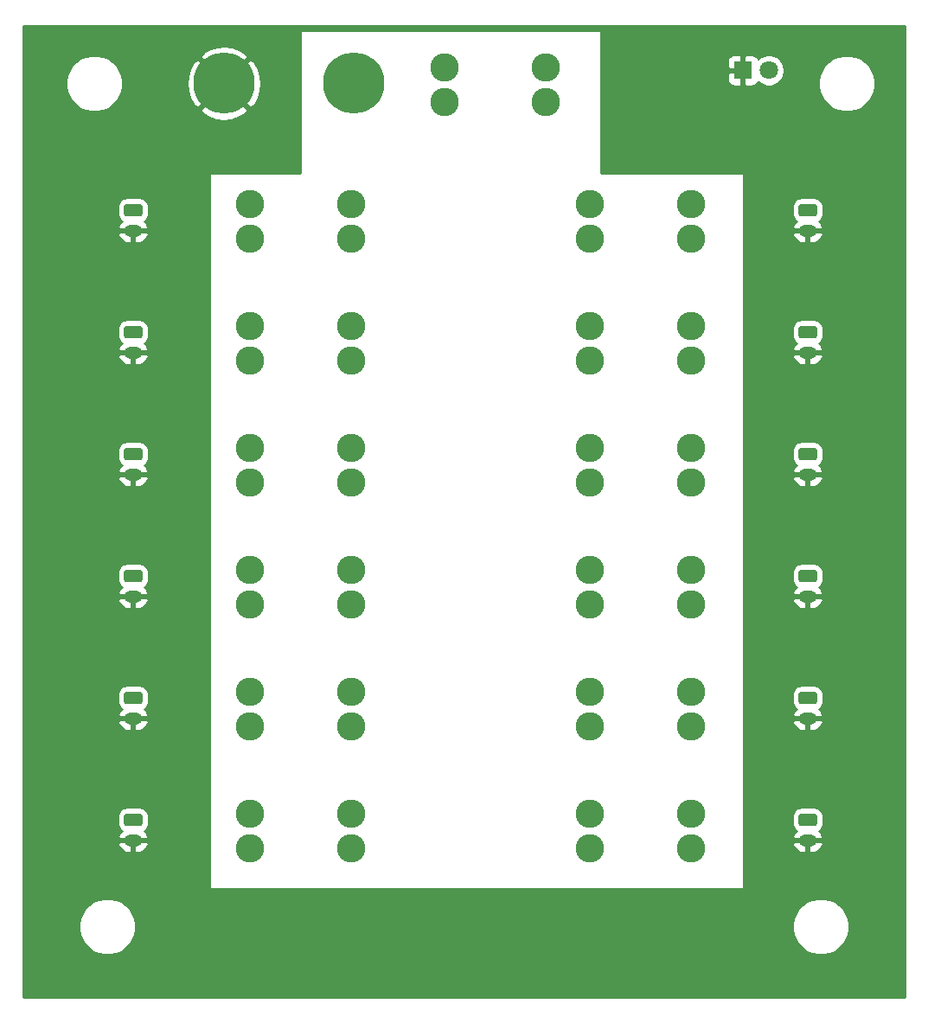
<source format=gbl>
G04 #@! TF.GenerationSoftware,KiCad,Pcbnew,(5.1.5)-3*
G04 #@! TF.CreationDate,2020-03-23T11:19:51-04:00*
G04 #@! TF.ProjectId,RedLegs_pwrbrd,5265644c-6567-4735-9f70-77726272642e,rev?*
G04 #@! TF.SameCoordinates,Original*
G04 #@! TF.FileFunction,Copper,L2,Bot*
G04 #@! TF.FilePolarity,Positive*
%FSLAX46Y46*%
G04 Gerber Fmt 4.6, Leading zero omitted, Abs format (unit mm)*
G04 Created by KiCad (PCBNEW (5.1.5)-3) date 2020-03-23 11:19:51*
%MOMM*%
%LPD*%
G04 APERTURE LIST*
%ADD10C,2.780000*%
%ADD11O,1.800000X1.200000*%
%ADD12C,0.100000*%
%ADD13C,5.999480*%
%ADD14C,1.800000*%
%ADD15R,1.800000X1.800000*%
%ADD16C,0.254000*%
G04 APERTURE END LIST*
D10*
X166610000Y-95406000D03*
X166610000Y-98806000D03*
X176530000Y-95406000D03*
X176530000Y-98806000D03*
X162320000Y-61490000D03*
X162320000Y-58090000D03*
X152400000Y-61490000D03*
X152400000Y-58090000D03*
D11*
X187960000Y-133800000D03*
G04 #@! TA.AperFunction,ComponentPad*
D12*
G36*
X188634505Y-131201204D02*
G01*
X188658773Y-131204804D01*
X188682572Y-131210765D01*
X188705671Y-131219030D01*
X188727850Y-131229520D01*
X188748893Y-131242132D01*
X188768599Y-131256747D01*
X188786777Y-131273223D01*
X188803253Y-131291401D01*
X188817868Y-131311107D01*
X188830480Y-131332150D01*
X188840970Y-131354329D01*
X188849235Y-131377428D01*
X188855196Y-131401227D01*
X188858796Y-131425495D01*
X188860000Y-131449999D01*
X188860000Y-132150001D01*
X188858796Y-132174505D01*
X188855196Y-132198773D01*
X188849235Y-132222572D01*
X188840970Y-132245671D01*
X188830480Y-132267850D01*
X188817868Y-132288893D01*
X188803253Y-132308599D01*
X188786777Y-132326777D01*
X188768599Y-132343253D01*
X188748893Y-132357868D01*
X188727850Y-132370480D01*
X188705671Y-132380970D01*
X188682572Y-132389235D01*
X188658773Y-132395196D01*
X188634505Y-132398796D01*
X188610001Y-132400000D01*
X187309999Y-132400000D01*
X187285495Y-132398796D01*
X187261227Y-132395196D01*
X187237428Y-132389235D01*
X187214329Y-132380970D01*
X187192150Y-132370480D01*
X187171107Y-132357868D01*
X187151401Y-132343253D01*
X187133223Y-132326777D01*
X187116747Y-132308599D01*
X187102132Y-132288893D01*
X187089520Y-132267850D01*
X187079030Y-132245671D01*
X187070765Y-132222572D01*
X187064804Y-132198773D01*
X187061204Y-132174505D01*
X187060000Y-132150001D01*
X187060000Y-131449999D01*
X187061204Y-131425495D01*
X187064804Y-131401227D01*
X187070765Y-131377428D01*
X187079030Y-131354329D01*
X187089520Y-131332150D01*
X187102132Y-131311107D01*
X187116747Y-131291401D01*
X187133223Y-131273223D01*
X187151401Y-131256747D01*
X187171107Y-131242132D01*
X187192150Y-131229520D01*
X187214329Y-131219030D01*
X187237428Y-131210765D01*
X187261227Y-131204804D01*
X187285495Y-131201204D01*
X187309999Y-131200000D01*
X188610001Y-131200000D01*
X188634505Y-131201204D01*
G37*
G04 #@! TD.AperFunction*
D11*
X187960000Y-121862000D03*
G04 #@! TA.AperFunction,ComponentPad*
D12*
G36*
X188634505Y-119263204D02*
G01*
X188658773Y-119266804D01*
X188682572Y-119272765D01*
X188705671Y-119281030D01*
X188727850Y-119291520D01*
X188748893Y-119304132D01*
X188768599Y-119318747D01*
X188786777Y-119335223D01*
X188803253Y-119353401D01*
X188817868Y-119373107D01*
X188830480Y-119394150D01*
X188840970Y-119416329D01*
X188849235Y-119439428D01*
X188855196Y-119463227D01*
X188858796Y-119487495D01*
X188860000Y-119511999D01*
X188860000Y-120212001D01*
X188858796Y-120236505D01*
X188855196Y-120260773D01*
X188849235Y-120284572D01*
X188840970Y-120307671D01*
X188830480Y-120329850D01*
X188817868Y-120350893D01*
X188803253Y-120370599D01*
X188786777Y-120388777D01*
X188768599Y-120405253D01*
X188748893Y-120419868D01*
X188727850Y-120432480D01*
X188705671Y-120442970D01*
X188682572Y-120451235D01*
X188658773Y-120457196D01*
X188634505Y-120460796D01*
X188610001Y-120462000D01*
X187309999Y-120462000D01*
X187285495Y-120460796D01*
X187261227Y-120457196D01*
X187237428Y-120451235D01*
X187214329Y-120442970D01*
X187192150Y-120432480D01*
X187171107Y-120419868D01*
X187151401Y-120405253D01*
X187133223Y-120388777D01*
X187116747Y-120370599D01*
X187102132Y-120350893D01*
X187089520Y-120329850D01*
X187079030Y-120307671D01*
X187070765Y-120284572D01*
X187064804Y-120260773D01*
X187061204Y-120236505D01*
X187060000Y-120212001D01*
X187060000Y-119511999D01*
X187061204Y-119487495D01*
X187064804Y-119463227D01*
X187070765Y-119439428D01*
X187079030Y-119416329D01*
X187089520Y-119394150D01*
X187102132Y-119373107D01*
X187116747Y-119353401D01*
X187133223Y-119335223D01*
X187151401Y-119318747D01*
X187171107Y-119304132D01*
X187192150Y-119291520D01*
X187214329Y-119281030D01*
X187237428Y-119272765D01*
X187261227Y-119266804D01*
X187285495Y-119263204D01*
X187309999Y-119262000D01*
X188610001Y-119262000D01*
X188634505Y-119263204D01*
G37*
G04 #@! TD.AperFunction*
D11*
X187960000Y-109924000D03*
G04 #@! TA.AperFunction,ComponentPad*
D12*
G36*
X188634505Y-107325204D02*
G01*
X188658773Y-107328804D01*
X188682572Y-107334765D01*
X188705671Y-107343030D01*
X188727850Y-107353520D01*
X188748893Y-107366132D01*
X188768599Y-107380747D01*
X188786777Y-107397223D01*
X188803253Y-107415401D01*
X188817868Y-107435107D01*
X188830480Y-107456150D01*
X188840970Y-107478329D01*
X188849235Y-107501428D01*
X188855196Y-107525227D01*
X188858796Y-107549495D01*
X188860000Y-107573999D01*
X188860000Y-108274001D01*
X188858796Y-108298505D01*
X188855196Y-108322773D01*
X188849235Y-108346572D01*
X188840970Y-108369671D01*
X188830480Y-108391850D01*
X188817868Y-108412893D01*
X188803253Y-108432599D01*
X188786777Y-108450777D01*
X188768599Y-108467253D01*
X188748893Y-108481868D01*
X188727850Y-108494480D01*
X188705671Y-108504970D01*
X188682572Y-108513235D01*
X188658773Y-108519196D01*
X188634505Y-108522796D01*
X188610001Y-108524000D01*
X187309999Y-108524000D01*
X187285495Y-108522796D01*
X187261227Y-108519196D01*
X187237428Y-108513235D01*
X187214329Y-108504970D01*
X187192150Y-108494480D01*
X187171107Y-108481868D01*
X187151401Y-108467253D01*
X187133223Y-108450777D01*
X187116747Y-108432599D01*
X187102132Y-108412893D01*
X187089520Y-108391850D01*
X187079030Y-108369671D01*
X187070765Y-108346572D01*
X187064804Y-108322773D01*
X187061204Y-108298505D01*
X187060000Y-108274001D01*
X187060000Y-107573999D01*
X187061204Y-107549495D01*
X187064804Y-107525227D01*
X187070765Y-107501428D01*
X187079030Y-107478329D01*
X187089520Y-107456150D01*
X187102132Y-107435107D01*
X187116747Y-107415401D01*
X187133223Y-107397223D01*
X187151401Y-107380747D01*
X187171107Y-107366132D01*
X187192150Y-107353520D01*
X187214329Y-107343030D01*
X187237428Y-107334765D01*
X187261227Y-107328804D01*
X187285495Y-107325204D01*
X187309999Y-107324000D01*
X188610001Y-107324000D01*
X188634505Y-107325204D01*
G37*
G04 #@! TD.AperFunction*
D11*
X187960000Y-97986000D03*
G04 #@! TA.AperFunction,ComponentPad*
D12*
G36*
X188634505Y-95387204D02*
G01*
X188658773Y-95390804D01*
X188682572Y-95396765D01*
X188705671Y-95405030D01*
X188727850Y-95415520D01*
X188748893Y-95428132D01*
X188768599Y-95442747D01*
X188786777Y-95459223D01*
X188803253Y-95477401D01*
X188817868Y-95497107D01*
X188830480Y-95518150D01*
X188840970Y-95540329D01*
X188849235Y-95563428D01*
X188855196Y-95587227D01*
X188858796Y-95611495D01*
X188860000Y-95635999D01*
X188860000Y-96336001D01*
X188858796Y-96360505D01*
X188855196Y-96384773D01*
X188849235Y-96408572D01*
X188840970Y-96431671D01*
X188830480Y-96453850D01*
X188817868Y-96474893D01*
X188803253Y-96494599D01*
X188786777Y-96512777D01*
X188768599Y-96529253D01*
X188748893Y-96543868D01*
X188727850Y-96556480D01*
X188705671Y-96566970D01*
X188682572Y-96575235D01*
X188658773Y-96581196D01*
X188634505Y-96584796D01*
X188610001Y-96586000D01*
X187309999Y-96586000D01*
X187285495Y-96584796D01*
X187261227Y-96581196D01*
X187237428Y-96575235D01*
X187214329Y-96566970D01*
X187192150Y-96556480D01*
X187171107Y-96543868D01*
X187151401Y-96529253D01*
X187133223Y-96512777D01*
X187116747Y-96494599D01*
X187102132Y-96474893D01*
X187089520Y-96453850D01*
X187079030Y-96431671D01*
X187070765Y-96408572D01*
X187064804Y-96384773D01*
X187061204Y-96360505D01*
X187060000Y-96336001D01*
X187060000Y-95635999D01*
X187061204Y-95611495D01*
X187064804Y-95587227D01*
X187070765Y-95563428D01*
X187079030Y-95540329D01*
X187089520Y-95518150D01*
X187102132Y-95497107D01*
X187116747Y-95477401D01*
X187133223Y-95459223D01*
X187151401Y-95442747D01*
X187171107Y-95428132D01*
X187192150Y-95415520D01*
X187214329Y-95405030D01*
X187237428Y-95396765D01*
X187261227Y-95390804D01*
X187285495Y-95387204D01*
X187309999Y-95386000D01*
X188610001Y-95386000D01*
X188634505Y-95387204D01*
G37*
G04 #@! TD.AperFunction*
D11*
X187960000Y-86048000D03*
G04 #@! TA.AperFunction,ComponentPad*
D12*
G36*
X188634505Y-83449204D02*
G01*
X188658773Y-83452804D01*
X188682572Y-83458765D01*
X188705671Y-83467030D01*
X188727850Y-83477520D01*
X188748893Y-83490132D01*
X188768599Y-83504747D01*
X188786777Y-83521223D01*
X188803253Y-83539401D01*
X188817868Y-83559107D01*
X188830480Y-83580150D01*
X188840970Y-83602329D01*
X188849235Y-83625428D01*
X188855196Y-83649227D01*
X188858796Y-83673495D01*
X188860000Y-83697999D01*
X188860000Y-84398001D01*
X188858796Y-84422505D01*
X188855196Y-84446773D01*
X188849235Y-84470572D01*
X188840970Y-84493671D01*
X188830480Y-84515850D01*
X188817868Y-84536893D01*
X188803253Y-84556599D01*
X188786777Y-84574777D01*
X188768599Y-84591253D01*
X188748893Y-84605868D01*
X188727850Y-84618480D01*
X188705671Y-84628970D01*
X188682572Y-84637235D01*
X188658773Y-84643196D01*
X188634505Y-84646796D01*
X188610001Y-84648000D01*
X187309999Y-84648000D01*
X187285495Y-84646796D01*
X187261227Y-84643196D01*
X187237428Y-84637235D01*
X187214329Y-84628970D01*
X187192150Y-84618480D01*
X187171107Y-84605868D01*
X187151401Y-84591253D01*
X187133223Y-84574777D01*
X187116747Y-84556599D01*
X187102132Y-84536893D01*
X187089520Y-84515850D01*
X187079030Y-84493671D01*
X187070765Y-84470572D01*
X187064804Y-84446773D01*
X187061204Y-84422505D01*
X187060000Y-84398001D01*
X187060000Y-83697999D01*
X187061204Y-83673495D01*
X187064804Y-83649227D01*
X187070765Y-83625428D01*
X187079030Y-83602329D01*
X187089520Y-83580150D01*
X187102132Y-83559107D01*
X187116747Y-83539401D01*
X187133223Y-83521223D01*
X187151401Y-83504747D01*
X187171107Y-83490132D01*
X187192150Y-83477520D01*
X187214329Y-83467030D01*
X187237428Y-83458765D01*
X187261227Y-83452804D01*
X187285495Y-83449204D01*
X187309999Y-83448000D01*
X188610001Y-83448000D01*
X188634505Y-83449204D01*
G37*
G04 #@! TD.AperFunction*
D11*
X187960000Y-74110000D03*
G04 #@! TA.AperFunction,ComponentPad*
D12*
G36*
X188634505Y-71511204D02*
G01*
X188658773Y-71514804D01*
X188682572Y-71520765D01*
X188705671Y-71529030D01*
X188727850Y-71539520D01*
X188748893Y-71552132D01*
X188768599Y-71566747D01*
X188786777Y-71583223D01*
X188803253Y-71601401D01*
X188817868Y-71621107D01*
X188830480Y-71642150D01*
X188840970Y-71664329D01*
X188849235Y-71687428D01*
X188855196Y-71711227D01*
X188858796Y-71735495D01*
X188860000Y-71759999D01*
X188860000Y-72460001D01*
X188858796Y-72484505D01*
X188855196Y-72508773D01*
X188849235Y-72532572D01*
X188840970Y-72555671D01*
X188830480Y-72577850D01*
X188817868Y-72598893D01*
X188803253Y-72618599D01*
X188786777Y-72636777D01*
X188768599Y-72653253D01*
X188748893Y-72667868D01*
X188727850Y-72680480D01*
X188705671Y-72690970D01*
X188682572Y-72699235D01*
X188658773Y-72705196D01*
X188634505Y-72708796D01*
X188610001Y-72710000D01*
X187309999Y-72710000D01*
X187285495Y-72708796D01*
X187261227Y-72705196D01*
X187237428Y-72699235D01*
X187214329Y-72690970D01*
X187192150Y-72680480D01*
X187171107Y-72667868D01*
X187151401Y-72653253D01*
X187133223Y-72636777D01*
X187116747Y-72618599D01*
X187102132Y-72598893D01*
X187089520Y-72577850D01*
X187079030Y-72555671D01*
X187070765Y-72532572D01*
X187064804Y-72508773D01*
X187061204Y-72484505D01*
X187060000Y-72460001D01*
X187060000Y-71759999D01*
X187061204Y-71735495D01*
X187064804Y-71711227D01*
X187070765Y-71687428D01*
X187079030Y-71664329D01*
X187089520Y-71642150D01*
X187102132Y-71621107D01*
X187116747Y-71601401D01*
X187133223Y-71583223D01*
X187151401Y-71566747D01*
X187171107Y-71552132D01*
X187192150Y-71539520D01*
X187214329Y-71529030D01*
X187237428Y-71520765D01*
X187261227Y-71514804D01*
X187285495Y-71511204D01*
X187309999Y-71510000D01*
X188610001Y-71510000D01*
X188634505Y-71511204D01*
G37*
G04 #@! TD.AperFunction*
D11*
X121920000Y-133800000D03*
G04 #@! TA.AperFunction,ComponentPad*
D12*
G36*
X122594505Y-131201204D02*
G01*
X122618773Y-131204804D01*
X122642572Y-131210765D01*
X122665671Y-131219030D01*
X122687850Y-131229520D01*
X122708893Y-131242132D01*
X122728599Y-131256747D01*
X122746777Y-131273223D01*
X122763253Y-131291401D01*
X122777868Y-131311107D01*
X122790480Y-131332150D01*
X122800970Y-131354329D01*
X122809235Y-131377428D01*
X122815196Y-131401227D01*
X122818796Y-131425495D01*
X122820000Y-131449999D01*
X122820000Y-132150001D01*
X122818796Y-132174505D01*
X122815196Y-132198773D01*
X122809235Y-132222572D01*
X122800970Y-132245671D01*
X122790480Y-132267850D01*
X122777868Y-132288893D01*
X122763253Y-132308599D01*
X122746777Y-132326777D01*
X122728599Y-132343253D01*
X122708893Y-132357868D01*
X122687850Y-132370480D01*
X122665671Y-132380970D01*
X122642572Y-132389235D01*
X122618773Y-132395196D01*
X122594505Y-132398796D01*
X122570001Y-132400000D01*
X121269999Y-132400000D01*
X121245495Y-132398796D01*
X121221227Y-132395196D01*
X121197428Y-132389235D01*
X121174329Y-132380970D01*
X121152150Y-132370480D01*
X121131107Y-132357868D01*
X121111401Y-132343253D01*
X121093223Y-132326777D01*
X121076747Y-132308599D01*
X121062132Y-132288893D01*
X121049520Y-132267850D01*
X121039030Y-132245671D01*
X121030765Y-132222572D01*
X121024804Y-132198773D01*
X121021204Y-132174505D01*
X121020000Y-132150001D01*
X121020000Y-131449999D01*
X121021204Y-131425495D01*
X121024804Y-131401227D01*
X121030765Y-131377428D01*
X121039030Y-131354329D01*
X121049520Y-131332150D01*
X121062132Y-131311107D01*
X121076747Y-131291401D01*
X121093223Y-131273223D01*
X121111401Y-131256747D01*
X121131107Y-131242132D01*
X121152150Y-131229520D01*
X121174329Y-131219030D01*
X121197428Y-131210765D01*
X121221227Y-131204804D01*
X121245495Y-131201204D01*
X121269999Y-131200000D01*
X122570001Y-131200000D01*
X122594505Y-131201204D01*
G37*
G04 #@! TD.AperFunction*
D11*
X121920000Y-121862000D03*
G04 #@! TA.AperFunction,ComponentPad*
D12*
G36*
X122594505Y-119263204D02*
G01*
X122618773Y-119266804D01*
X122642572Y-119272765D01*
X122665671Y-119281030D01*
X122687850Y-119291520D01*
X122708893Y-119304132D01*
X122728599Y-119318747D01*
X122746777Y-119335223D01*
X122763253Y-119353401D01*
X122777868Y-119373107D01*
X122790480Y-119394150D01*
X122800970Y-119416329D01*
X122809235Y-119439428D01*
X122815196Y-119463227D01*
X122818796Y-119487495D01*
X122820000Y-119511999D01*
X122820000Y-120212001D01*
X122818796Y-120236505D01*
X122815196Y-120260773D01*
X122809235Y-120284572D01*
X122800970Y-120307671D01*
X122790480Y-120329850D01*
X122777868Y-120350893D01*
X122763253Y-120370599D01*
X122746777Y-120388777D01*
X122728599Y-120405253D01*
X122708893Y-120419868D01*
X122687850Y-120432480D01*
X122665671Y-120442970D01*
X122642572Y-120451235D01*
X122618773Y-120457196D01*
X122594505Y-120460796D01*
X122570001Y-120462000D01*
X121269999Y-120462000D01*
X121245495Y-120460796D01*
X121221227Y-120457196D01*
X121197428Y-120451235D01*
X121174329Y-120442970D01*
X121152150Y-120432480D01*
X121131107Y-120419868D01*
X121111401Y-120405253D01*
X121093223Y-120388777D01*
X121076747Y-120370599D01*
X121062132Y-120350893D01*
X121049520Y-120329850D01*
X121039030Y-120307671D01*
X121030765Y-120284572D01*
X121024804Y-120260773D01*
X121021204Y-120236505D01*
X121020000Y-120212001D01*
X121020000Y-119511999D01*
X121021204Y-119487495D01*
X121024804Y-119463227D01*
X121030765Y-119439428D01*
X121039030Y-119416329D01*
X121049520Y-119394150D01*
X121062132Y-119373107D01*
X121076747Y-119353401D01*
X121093223Y-119335223D01*
X121111401Y-119318747D01*
X121131107Y-119304132D01*
X121152150Y-119291520D01*
X121174329Y-119281030D01*
X121197428Y-119272765D01*
X121221227Y-119266804D01*
X121245495Y-119263204D01*
X121269999Y-119262000D01*
X122570001Y-119262000D01*
X122594505Y-119263204D01*
G37*
G04 #@! TD.AperFunction*
D11*
X121920000Y-109924000D03*
G04 #@! TA.AperFunction,ComponentPad*
D12*
G36*
X122594505Y-107325204D02*
G01*
X122618773Y-107328804D01*
X122642572Y-107334765D01*
X122665671Y-107343030D01*
X122687850Y-107353520D01*
X122708893Y-107366132D01*
X122728599Y-107380747D01*
X122746777Y-107397223D01*
X122763253Y-107415401D01*
X122777868Y-107435107D01*
X122790480Y-107456150D01*
X122800970Y-107478329D01*
X122809235Y-107501428D01*
X122815196Y-107525227D01*
X122818796Y-107549495D01*
X122820000Y-107573999D01*
X122820000Y-108274001D01*
X122818796Y-108298505D01*
X122815196Y-108322773D01*
X122809235Y-108346572D01*
X122800970Y-108369671D01*
X122790480Y-108391850D01*
X122777868Y-108412893D01*
X122763253Y-108432599D01*
X122746777Y-108450777D01*
X122728599Y-108467253D01*
X122708893Y-108481868D01*
X122687850Y-108494480D01*
X122665671Y-108504970D01*
X122642572Y-108513235D01*
X122618773Y-108519196D01*
X122594505Y-108522796D01*
X122570001Y-108524000D01*
X121269999Y-108524000D01*
X121245495Y-108522796D01*
X121221227Y-108519196D01*
X121197428Y-108513235D01*
X121174329Y-108504970D01*
X121152150Y-108494480D01*
X121131107Y-108481868D01*
X121111401Y-108467253D01*
X121093223Y-108450777D01*
X121076747Y-108432599D01*
X121062132Y-108412893D01*
X121049520Y-108391850D01*
X121039030Y-108369671D01*
X121030765Y-108346572D01*
X121024804Y-108322773D01*
X121021204Y-108298505D01*
X121020000Y-108274001D01*
X121020000Y-107573999D01*
X121021204Y-107549495D01*
X121024804Y-107525227D01*
X121030765Y-107501428D01*
X121039030Y-107478329D01*
X121049520Y-107456150D01*
X121062132Y-107435107D01*
X121076747Y-107415401D01*
X121093223Y-107397223D01*
X121111401Y-107380747D01*
X121131107Y-107366132D01*
X121152150Y-107353520D01*
X121174329Y-107343030D01*
X121197428Y-107334765D01*
X121221227Y-107328804D01*
X121245495Y-107325204D01*
X121269999Y-107324000D01*
X122570001Y-107324000D01*
X122594505Y-107325204D01*
G37*
G04 #@! TD.AperFunction*
D11*
X121920000Y-97986000D03*
G04 #@! TA.AperFunction,ComponentPad*
D12*
G36*
X122594505Y-95387204D02*
G01*
X122618773Y-95390804D01*
X122642572Y-95396765D01*
X122665671Y-95405030D01*
X122687850Y-95415520D01*
X122708893Y-95428132D01*
X122728599Y-95442747D01*
X122746777Y-95459223D01*
X122763253Y-95477401D01*
X122777868Y-95497107D01*
X122790480Y-95518150D01*
X122800970Y-95540329D01*
X122809235Y-95563428D01*
X122815196Y-95587227D01*
X122818796Y-95611495D01*
X122820000Y-95635999D01*
X122820000Y-96336001D01*
X122818796Y-96360505D01*
X122815196Y-96384773D01*
X122809235Y-96408572D01*
X122800970Y-96431671D01*
X122790480Y-96453850D01*
X122777868Y-96474893D01*
X122763253Y-96494599D01*
X122746777Y-96512777D01*
X122728599Y-96529253D01*
X122708893Y-96543868D01*
X122687850Y-96556480D01*
X122665671Y-96566970D01*
X122642572Y-96575235D01*
X122618773Y-96581196D01*
X122594505Y-96584796D01*
X122570001Y-96586000D01*
X121269999Y-96586000D01*
X121245495Y-96584796D01*
X121221227Y-96581196D01*
X121197428Y-96575235D01*
X121174329Y-96566970D01*
X121152150Y-96556480D01*
X121131107Y-96543868D01*
X121111401Y-96529253D01*
X121093223Y-96512777D01*
X121076747Y-96494599D01*
X121062132Y-96474893D01*
X121049520Y-96453850D01*
X121039030Y-96431671D01*
X121030765Y-96408572D01*
X121024804Y-96384773D01*
X121021204Y-96360505D01*
X121020000Y-96336001D01*
X121020000Y-95635999D01*
X121021204Y-95611495D01*
X121024804Y-95587227D01*
X121030765Y-95563428D01*
X121039030Y-95540329D01*
X121049520Y-95518150D01*
X121062132Y-95497107D01*
X121076747Y-95477401D01*
X121093223Y-95459223D01*
X121111401Y-95442747D01*
X121131107Y-95428132D01*
X121152150Y-95415520D01*
X121174329Y-95405030D01*
X121197428Y-95396765D01*
X121221227Y-95390804D01*
X121245495Y-95387204D01*
X121269999Y-95386000D01*
X122570001Y-95386000D01*
X122594505Y-95387204D01*
G37*
G04 #@! TD.AperFunction*
D11*
X121920000Y-86048000D03*
G04 #@! TA.AperFunction,ComponentPad*
D12*
G36*
X122594505Y-83449204D02*
G01*
X122618773Y-83452804D01*
X122642572Y-83458765D01*
X122665671Y-83467030D01*
X122687850Y-83477520D01*
X122708893Y-83490132D01*
X122728599Y-83504747D01*
X122746777Y-83521223D01*
X122763253Y-83539401D01*
X122777868Y-83559107D01*
X122790480Y-83580150D01*
X122800970Y-83602329D01*
X122809235Y-83625428D01*
X122815196Y-83649227D01*
X122818796Y-83673495D01*
X122820000Y-83697999D01*
X122820000Y-84398001D01*
X122818796Y-84422505D01*
X122815196Y-84446773D01*
X122809235Y-84470572D01*
X122800970Y-84493671D01*
X122790480Y-84515850D01*
X122777868Y-84536893D01*
X122763253Y-84556599D01*
X122746777Y-84574777D01*
X122728599Y-84591253D01*
X122708893Y-84605868D01*
X122687850Y-84618480D01*
X122665671Y-84628970D01*
X122642572Y-84637235D01*
X122618773Y-84643196D01*
X122594505Y-84646796D01*
X122570001Y-84648000D01*
X121269999Y-84648000D01*
X121245495Y-84646796D01*
X121221227Y-84643196D01*
X121197428Y-84637235D01*
X121174329Y-84628970D01*
X121152150Y-84618480D01*
X121131107Y-84605868D01*
X121111401Y-84591253D01*
X121093223Y-84574777D01*
X121076747Y-84556599D01*
X121062132Y-84536893D01*
X121049520Y-84515850D01*
X121039030Y-84493671D01*
X121030765Y-84470572D01*
X121024804Y-84446773D01*
X121021204Y-84422505D01*
X121020000Y-84398001D01*
X121020000Y-83697999D01*
X121021204Y-83673495D01*
X121024804Y-83649227D01*
X121030765Y-83625428D01*
X121039030Y-83602329D01*
X121049520Y-83580150D01*
X121062132Y-83559107D01*
X121076747Y-83539401D01*
X121093223Y-83521223D01*
X121111401Y-83504747D01*
X121131107Y-83490132D01*
X121152150Y-83477520D01*
X121174329Y-83467030D01*
X121197428Y-83458765D01*
X121221227Y-83452804D01*
X121245495Y-83449204D01*
X121269999Y-83448000D01*
X122570001Y-83448000D01*
X122594505Y-83449204D01*
G37*
G04 #@! TD.AperFunction*
D11*
X121920000Y-74110000D03*
G04 #@! TA.AperFunction,ComponentPad*
D12*
G36*
X122594505Y-71511204D02*
G01*
X122618773Y-71514804D01*
X122642572Y-71520765D01*
X122665671Y-71529030D01*
X122687850Y-71539520D01*
X122708893Y-71552132D01*
X122728599Y-71566747D01*
X122746777Y-71583223D01*
X122763253Y-71601401D01*
X122777868Y-71621107D01*
X122790480Y-71642150D01*
X122800970Y-71664329D01*
X122809235Y-71687428D01*
X122815196Y-71711227D01*
X122818796Y-71735495D01*
X122820000Y-71759999D01*
X122820000Y-72460001D01*
X122818796Y-72484505D01*
X122815196Y-72508773D01*
X122809235Y-72532572D01*
X122800970Y-72555671D01*
X122790480Y-72577850D01*
X122777868Y-72598893D01*
X122763253Y-72618599D01*
X122746777Y-72636777D01*
X122728599Y-72653253D01*
X122708893Y-72667868D01*
X122687850Y-72680480D01*
X122665671Y-72690970D01*
X122642572Y-72699235D01*
X122618773Y-72705196D01*
X122594505Y-72708796D01*
X122570001Y-72710000D01*
X121269999Y-72710000D01*
X121245495Y-72708796D01*
X121221227Y-72705196D01*
X121197428Y-72699235D01*
X121174329Y-72690970D01*
X121152150Y-72680480D01*
X121131107Y-72667868D01*
X121111401Y-72653253D01*
X121093223Y-72636777D01*
X121076747Y-72618599D01*
X121062132Y-72598893D01*
X121049520Y-72577850D01*
X121039030Y-72555671D01*
X121030765Y-72532572D01*
X121024804Y-72508773D01*
X121021204Y-72484505D01*
X121020000Y-72460001D01*
X121020000Y-71759999D01*
X121021204Y-71735495D01*
X121024804Y-71711227D01*
X121030765Y-71687428D01*
X121039030Y-71664329D01*
X121049520Y-71642150D01*
X121062132Y-71621107D01*
X121076747Y-71601401D01*
X121093223Y-71583223D01*
X121111401Y-71566747D01*
X121131107Y-71552132D01*
X121152150Y-71539520D01*
X121174329Y-71529030D01*
X121197428Y-71520765D01*
X121221227Y-71514804D01*
X121245495Y-71511204D01*
X121269999Y-71510000D01*
X122570001Y-71510000D01*
X122594505Y-71511204D01*
G37*
G04 #@! TD.AperFunction*
D13*
X130810000Y-59690000D03*
X143510000Y-59670000D03*
D10*
X166610000Y-131220000D03*
X166610000Y-134620000D03*
X176530000Y-131220000D03*
X176530000Y-134620000D03*
X166610000Y-119282000D03*
X166610000Y-122682000D03*
X176530000Y-119282000D03*
X176530000Y-122682000D03*
X166610000Y-107344000D03*
X166610000Y-110744000D03*
X176530000Y-107344000D03*
X176530000Y-110744000D03*
X166610000Y-83468000D03*
X166610000Y-86868000D03*
X176530000Y-83468000D03*
X176530000Y-86868000D03*
X166610000Y-71530000D03*
X166610000Y-74930000D03*
X176530000Y-71530000D03*
X176530000Y-74930000D03*
X143270000Y-134620000D03*
X143270000Y-131220000D03*
X133350000Y-134620000D03*
X133350000Y-131220000D03*
X143270000Y-122682000D03*
X143270000Y-119282000D03*
X133350000Y-122682000D03*
X133350000Y-119282000D03*
X133350000Y-107344000D03*
X133350000Y-110744000D03*
X143270000Y-107344000D03*
X143270000Y-110744000D03*
X133350000Y-95406000D03*
X133350000Y-98806000D03*
X143270000Y-95406000D03*
X143270000Y-98806000D03*
X143270000Y-86868000D03*
X143270000Y-83468000D03*
X133350000Y-86868000D03*
X133350000Y-83468000D03*
X143270000Y-74930000D03*
X143270000Y-71530000D03*
X133350000Y-74930000D03*
X133350000Y-71530000D03*
D14*
X184150000Y-58420000D03*
D15*
X181610000Y-58420000D03*
D16*
G36*
X197435001Y-149175000D02*
G01*
X111175000Y-149175000D01*
X111175000Y-141965701D01*
X116595000Y-141965701D01*
X116595000Y-142514299D01*
X116702026Y-143052354D01*
X116911965Y-143559192D01*
X117216750Y-144015334D01*
X117604666Y-144403250D01*
X118060808Y-144708035D01*
X118567646Y-144917974D01*
X119105701Y-145025000D01*
X119654299Y-145025000D01*
X120192354Y-144917974D01*
X120699192Y-144708035D01*
X121155334Y-144403250D01*
X121543250Y-144015334D01*
X121848035Y-143559192D01*
X122057974Y-143052354D01*
X122165000Y-142514299D01*
X122165000Y-141965701D01*
X186445000Y-141965701D01*
X186445000Y-142514299D01*
X186552026Y-143052354D01*
X186761965Y-143559192D01*
X187066750Y-144015334D01*
X187454666Y-144403250D01*
X187910808Y-144708035D01*
X188417646Y-144917974D01*
X188955701Y-145025000D01*
X189504299Y-145025000D01*
X190042354Y-144917974D01*
X190549192Y-144708035D01*
X191005334Y-144403250D01*
X191393250Y-144015334D01*
X191698035Y-143559192D01*
X191907974Y-143052354D01*
X192015000Y-142514299D01*
X192015000Y-141965701D01*
X191907974Y-141427646D01*
X191698035Y-140920808D01*
X191393250Y-140464666D01*
X191005334Y-140076750D01*
X190549192Y-139771965D01*
X190042354Y-139562026D01*
X189504299Y-139455000D01*
X188955701Y-139455000D01*
X188417646Y-139562026D01*
X187910808Y-139771965D01*
X187454666Y-140076750D01*
X187066750Y-140464666D01*
X186761965Y-140920808D01*
X186552026Y-141427646D01*
X186445000Y-141965701D01*
X122165000Y-141965701D01*
X122057974Y-141427646D01*
X121848035Y-140920808D01*
X121543250Y-140464666D01*
X121155334Y-140076750D01*
X120699192Y-139771965D01*
X120192354Y-139562026D01*
X119654299Y-139455000D01*
X119105701Y-139455000D01*
X118567646Y-139562026D01*
X118060808Y-139771965D01*
X117604666Y-140076750D01*
X117216750Y-140464666D01*
X116911965Y-140920808D01*
X116702026Y-141427646D01*
X116595000Y-141965701D01*
X111175000Y-141965701D01*
X111175000Y-134117609D01*
X120426538Y-134117609D01*
X120430409Y-134155282D01*
X120522579Y-134380533D01*
X120656922Y-134583474D01*
X120828275Y-134756307D01*
X121030054Y-134892390D01*
X121254504Y-134986493D01*
X121493000Y-135035000D01*
X121793000Y-135035000D01*
X121793000Y-133927000D01*
X122047000Y-133927000D01*
X122047000Y-135035000D01*
X122347000Y-135035000D01*
X122585496Y-134986493D01*
X122809946Y-134892390D01*
X123011725Y-134756307D01*
X123183078Y-134583474D01*
X123317421Y-134380533D01*
X123409591Y-134155282D01*
X123413462Y-134117609D01*
X123288731Y-133927000D01*
X122047000Y-133927000D01*
X121793000Y-133927000D01*
X120551269Y-133927000D01*
X120426538Y-134117609D01*
X111175000Y-134117609D01*
X111175000Y-131449999D01*
X120381928Y-131449999D01*
X120381928Y-132150001D01*
X120398992Y-132323255D01*
X120449528Y-132489851D01*
X120531595Y-132643387D01*
X120642038Y-132777962D01*
X120776613Y-132888405D01*
X120781406Y-132890967D01*
X120656922Y-133016526D01*
X120522579Y-133219467D01*
X120430409Y-133444718D01*
X120426538Y-133482391D01*
X120551269Y-133673000D01*
X121793000Y-133673000D01*
X121793000Y-133653000D01*
X122047000Y-133653000D01*
X122047000Y-133673000D01*
X123288731Y-133673000D01*
X123413462Y-133482391D01*
X123409591Y-133444718D01*
X123317421Y-133219467D01*
X123183078Y-133016526D01*
X123058594Y-132890967D01*
X123063387Y-132888405D01*
X123197962Y-132777962D01*
X123308405Y-132643387D01*
X123390472Y-132489851D01*
X123441008Y-132323255D01*
X123458072Y-132150001D01*
X123458072Y-131449999D01*
X123441008Y-131276745D01*
X123390472Y-131110149D01*
X123308405Y-130956613D01*
X123197962Y-130822038D01*
X123063387Y-130711595D01*
X122909851Y-130629528D01*
X122743255Y-130578992D01*
X122570001Y-130561928D01*
X121269999Y-130561928D01*
X121096745Y-130578992D01*
X120930149Y-130629528D01*
X120776613Y-130711595D01*
X120642038Y-130822038D01*
X120531595Y-130956613D01*
X120449528Y-131110149D01*
X120398992Y-131276745D01*
X120381928Y-131449999D01*
X111175000Y-131449999D01*
X111175000Y-122179609D01*
X120426538Y-122179609D01*
X120430409Y-122217282D01*
X120522579Y-122442533D01*
X120656922Y-122645474D01*
X120828275Y-122818307D01*
X121030054Y-122954390D01*
X121254504Y-123048493D01*
X121493000Y-123097000D01*
X121793000Y-123097000D01*
X121793000Y-121989000D01*
X122047000Y-121989000D01*
X122047000Y-123097000D01*
X122347000Y-123097000D01*
X122585496Y-123048493D01*
X122809946Y-122954390D01*
X123011725Y-122818307D01*
X123183078Y-122645474D01*
X123317421Y-122442533D01*
X123409591Y-122217282D01*
X123413462Y-122179609D01*
X123288731Y-121989000D01*
X122047000Y-121989000D01*
X121793000Y-121989000D01*
X120551269Y-121989000D01*
X120426538Y-122179609D01*
X111175000Y-122179609D01*
X111175000Y-119511999D01*
X120381928Y-119511999D01*
X120381928Y-120212001D01*
X120398992Y-120385255D01*
X120449528Y-120551851D01*
X120531595Y-120705387D01*
X120642038Y-120839962D01*
X120776613Y-120950405D01*
X120781406Y-120952967D01*
X120656922Y-121078526D01*
X120522579Y-121281467D01*
X120430409Y-121506718D01*
X120426538Y-121544391D01*
X120551269Y-121735000D01*
X121793000Y-121735000D01*
X121793000Y-121715000D01*
X122047000Y-121715000D01*
X122047000Y-121735000D01*
X123288731Y-121735000D01*
X123413462Y-121544391D01*
X123409591Y-121506718D01*
X123317421Y-121281467D01*
X123183078Y-121078526D01*
X123058594Y-120952967D01*
X123063387Y-120950405D01*
X123197962Y-120839962D01*
X123308405Y-120705387D01*
X123390472Y-120551851D01*
X123441008Y-120385255D01*
X123458072Y-120212001D01*
X123458072Y-119511999D01*
X123441008Y-119338745D01*
X123390472Y-119172149D01*
X123308405Y-119018613D01*
X123197962Y-118884038D01*
X123063387Y-118773595D01*
X122909851Y-118691528D01*
X122743255Y-118640992D01*
X122570001Y-118623928D01*
X121269999Y-118623928D01*
X121096745Y-118640992D01*
X120930149Y-118691528D01*
X120776613Y-118773595D01*
X120642038Y-118884038D01*
X120531595Y-119018613D01*
X120449528Y-119172149D01*
X120398992Y-119338745D01*
X120381928Y-119511999D01*
X111175000Y-119511999D01*
X111175000Y-110241609D01*
X120426538Y-110241609D01*
X120430409Y-110279282D01*
X120522579Y-110504533D01*
X120656922Y-110707474D01*
X120828275Y-110880307D01*
X121030054Y-111016390D01*
X121254504Y-111110493D01*
X121493000Y-111159000D01*
X121793000Y-111159000D01*
X121793000Y-110051000D01*
X122047000Y-110051000D01*
X122047000Y-111159000D01*
X122347000Y-111159000D01*
X122585496Y-111110493D01*
X122809946Y-111016390D01*
X123011725Y-110880307D01*
X123183078Y-110707474D01*
X123317421Y-110504533D01*
X123409591Y-110279282D01*
X123413462Y-110241609D01*
X123288731Y-110051000D01*
X122047000Y-110051000D01*
X121793000Y-110051000D01*
X120551269Y-110051000D01*
X120426538Y-110241609D01*
X111175000Y-110241609D01*
X111175000Y-107573999D01*
X120381928Y-107573999D01*
X120381928Y-108274001D01*
X120398992Y-108447255D01*
X120449528Y-108613851D01*
X120531595Y-108767387D01*
X120642038Y-108901962D01*
X120776613Y-109012405D01*
X120781406Y-109014967D01*
X120656922Y-109140526D01*
X120522579Y-109343467D01*
X120430409Y-109568718D01*
X120426538Y-109606391D01*
X120551269Y-109797000D01*
X121793000Y-109797000D01*
X121793000Y-109777000D01*
X122047000Y-109777000D01*
X122047000Y-109797000D01*
X123288731Y-109797000D01*
X123413462Y-109606391D01*
X123409591Y-109568718D01*
X123317421Y-109343467D01*
X123183078Y-109140526D01*
X123058594Y-109014967D01*
X123063387Y-109012405D01*
X123197962Y-108901962D01*
X123308405Y-108767387D01*
X123390472Y-108613851D01*
X123441008Y-108447255D01*
X123458072Y-108274001D01*
X123458072Y-107573999D01*
X123441008Y-107400745D01*
X123390472Y-107234149D01*
X123308405Y-107080613D01*
X123197962Y-106946038D01*
X123063387Y-106835595D01*
X122909851Y-106753528D01*
X122743255Y-106702992D01*
X122570001Y-106685928D01*
X121269999Y-106685928D01*
X121096745Y-106702992D01*
X120930149Y-106753528D01*
X120776613Y-106835595D01*
X120642038Y-106946038D01*
X120531595Y-107080613D01*
X120449528Y-107234149D01*
X120398992Y-107400745D01*
X120381928Y-107573999D01*
X111175000Y-107573999D01*
X111175000Y-98303609D01*
X120426538Y-98303609D01*
X120430409Y-98341282D01*
X120522579Y-98566533D01*
X120656922Y-98769474D01*
X120828275Y-98942307D01*
X121030054Y-99078390D01*
X121254504Y-99172493D01*
X121493000Y-99221000D01*
X121793000Y-99221000D01*
X121793000Y-98113000D01*
X122047000Y-98113000D01*
X122047000Y-99221000D01*
X122347000Y-99221000D01*
X122585496Y-99172493D01*
X122809946Y-99078390D01*
X123011725Y-98942307D01*
X123183078Y-98769474D01*
X123317421Y-98566533D01*
X123409591Y-98341282D01*
X123413462Y-98303609D01*
X123288731Y-98113000D01*
X122047000Y-98113000D01*
X121793000Y-98113000D01*
X120551269Y-98113000D01*
X120426538Y-98303609D01*
X111175000Y-98303609D01*
X111175000Y-95635999D01*
X120381928Y-95635999D01*
X120381928Y-96336001D01*
X120398992Y-96509255D01*
X120449528Y-96675851D01*
X120531595Y-96829387D01*
X120642038Y-96963962D01*
X120776613Y-97074405D01*
X120781406Y-97076967D01*
X120656922Y-97202526D01*
X120522579Y-97405467D01*
X120430409Y-97630718D01*
X120426538Y-97668391D01*
X120551269Y-97859000D01*
X121793000Y-97859000D01*
X121793000Y-97839000D01*
X122047000Y-97839000D01*
X122047000Y-97859000D01*
X123288731Y-97859000D01*
X123413462Y-97668391D01*
X123409591Y-97630718D01*
X123317421Y-97405467D01*
X123183078Y-97202526D01*
X123058594Y-97076967D01*
X123063387Y-97074405D01*
X123197962Y-96963962D01*
X123308405Y-96829387D01*
X123390472Y-96675851D01*
X123441008Y-96509255D01*
X123458072Y-96336001D01*
X123458072Y-95635999D01*
X123441008Y-95462745D01*
X123390472Y-95296149D01*
X123308405Y-95142613D01*
X123197962Y-95008038D01*
X123063387Y-94897595D01*
X122909851Y-94815528D01*
X122743255Y-94764992D01*
X122570001Y-94747928D01*
X121269999Y-94747928D01*
X121096745Y-94764992D01*
X120930149Y-94815528D01*
X120776613Y-94897595D01*
X120642038Y-95008038D01*
X120531595Y-95142613D01*
X120449528Y-95296149D01*
X120398992Y-95462745D01*
X120381928Y-95635999D01*
X111175000Y-95635999D01*
X111175000Y-86365609D01*
X120426538Y-86365609D01*
X120430409Y-86403282D01*
X120522579Y-86628533D01*
X120656922Y-86831474D01*
X120828275Y-87004307D01*
X121030054Y-87140390D01*
X121254504Y-87234493D01*
X121493000Y-87283000D01*
X121793000Y-87283000D01*
X121793000Y-86175000D01*
X122047000Y-86175000D01*
X122047000Y-87283000D01*
X122347000Y-87283000D01*
X122585496Y-87234493D01*
X122809946Y-87140390D01*
X123011725Y-87004307D01*
X123183078Y-86831474D01*
X123317421Y-86628533D01*
X123409591Y-86403282D01*
X123413462Y-86365609D01*
X123288731Y-86175000D01*
X122047000Y-86175000D01*
X121793000Y-86175000D01*
X120551269Y-86175000D01*
X120426538Y-86365609D01*
X111175000Y-86365609D01*
X111175000Y-83697999D01*
X120381928Y-83697999D01*
X120381928Y-84398001D01*
X120398992Y-84571255D01*
X120449528Y-84737851D01*
X120531595Y-84891387D01*
X120642038Y-85025962D01*
X120776613Y-85136405D01*
X120781406Y-85138967D01*
X120656922Y-85264526D01*
X120522579Y-85467467D01*
X120430409Y-85692718D01*
X120426538Y-85730391D01*
X120551269Y-85921000D01*
X121793000Y-85921000D01*
X121793000Y-85901000D01*
X122047000Y-85901000D01*
X122047000Y-85921000D01*
X123288731Y-85921000D01*
X123413462Y-85730391D01*
X123409591Y-85692718D01*
X123317421Y-85467467D01*
X123183078Y-85264526D01*
X123058594Y-85138967D01*
X123063387Y-85136405D01*
X123197962Y-85025962D01*
X123308405Y-84891387D01*
X123390472Y-84737851D01*
X123441008Y-84571255D01*
X123458072Y-84398001D01*
X123458072Y-83697999D01*
X123441008Y-83524745D01*
X123390472Y-83358149D01*
X123308405Y-83204613D01*
X123197962Y-83070038D01*
X123063387Y-82959595D01*
X122909851Y-82877528D01*
X122743255Y-82826992D01*
X122570001Y-82809928D01*
X121269999Y-82809928D01*
X121096745Y-82826992D01*
X120930149Y-82877528D01*
X120776613Y-82959595D01*
X120642038Y-83070038D01*
X120531595Y-83204613D01*
X120449528Y-83358149D01*
X120398992Y-83524745D01*
X120381928Y-83697999D01*
X111175000Y-83697999D01*
X111175000Y-74427609D01*
X120426538Y-74427609D01*
X120430409Y-74465282D01*
X120522579Y-74690533D01*
X120656922Y-74893474D01*
X120828275Y-75066307D01*
X121030054Y-75202390D01*
X121254504Y-75296493D01*
X121493000Y-75345000D01*
X121793000Y-75345000D01*
X121793000Y-74237000D01*
X122047000Y-74237000D01*
X122047000Y-75345000D01*
X122347000Y-75345000D01*
X122585496Y-75296493D01*
X122809946Y-75202390D01*
X123011725Y-75066307D01*
X123183078Y-74893474D01*
X123317421Y-74690533D01*
X123409591Y-74465282D01*
X123413462Y-74427609D01*
X123288731Y-74237000D01*
X122047000Y-74237000D01*
X121793000Y-74237000D01*
X120551269Y-74237000D01*
X120426538Y-74427609D01*
X111175000Y-74427609D01*
X111175000Y-71759999D01*
X120381928Y-71759999D01*
X120381928Y-72460001D01*
X120398992Y-72633255D01*
X120449528Y-72799851D01*
X120531595Y-72953387D01*
X120642038Y-73087962D01*
X120776613Y-73198405D01*
X120781406Y-73200967D01*
X120656922Y-73326526D01*
X120522579Y-73529467D01*
X120430409Y-73754718D01*
X120426538Y-73792391D01*
X120551269Y-73983000D01*
X121793000Y-73983000D01*
X121793000Y-73963000D01*
X122047000Y-73963000D01*
X122047000Y-73983000D01*
X123288731Y-73983000D01*
X123413462Y-73792391D01*
X123409591Y-73754718D01*
X123317421Y-73529467D01*
X123183078Y-73326526D01*
X123058594Y-73200967D01*
X123063387Y-73198405D01*
X123197962Y-73087962D01*
X123308405Y-72953387D01*
X123390472Y-72799851D01*
X123441008Y-72633255D01*
X123458072Y-72460001D01*
X123458072Y-71759999D01*
X123441008Y-71586745D01*
X123390472Y-71420149D01*
X123308405Y-71266613D01*
X123197962Y-71132038D01*
X123063387Y-71021595D01*
X122909851Y-70939528D01*
X122743255Y-70888992D01*
X122570001Y-70871928D01*
X121269999Y-70871928D01*
X121096745Y-70888992D01*
X120930149Y-70939528D01*
X120776613Y-71021595D01*
X120642038Y-71132038D01*
X120531595Y-71266613D01*
X120449528Y-71420149D01*
X120398992Y-71586745D01*
X120381928Y-71759999D01*
X111175000Y-71759999D01*
X111175000Y-68580000D01*
X129413000Y-68580000D01*
X129413000Y-138430000D01*
X129415440Y-138454776D01*
X129422667Y-138478601D01*
X129434403Y-138500557D01*
X129450197Y-138519803D01*
X129469443Y-138535597D01*
X129491399Y-138547333D01*
X129515224Y-138554560D01*
X129540000Y-138557000D01*
X181610000Y-138557000D01*
X181634776Y-138554560D01*
X181658601Y-138547333D01*
X181680557Y-138535597D01*
X181699803Y-138519803D01*
X181715597Y-138500557D01*
X181727333Y-138478601D01*
X181734560Y-138454776D01*
X181737000Y-138430000D01*
X181737000Y-134117609D01*
X186466538Y-134117609D01*
X186470409Y-134155282D01*
X186562579Y-134380533D01*
X186696922Y-134583474D01*
X186868275Y-134756307D01*
X187070054Y-134892390D01*
X187294504Y-134986493D01*
X187533000Y-135035000D01*
X187833000Y-135035000D01*
X187833000Y-133927000D01*
X188087000Y-133927000D01*
X188087000Y-135035000D01*
X188387000Y-135035000D01*
X188625496Y-134986493D01*
X188849946Y-134892390D01*
X189051725Y-134756307D01*
X189223078Y-134583474D01*
X189357421Y-134380533D01*
X189449591Y-134155282D01*
X189453462Y-134117609D01*
X189328731Y-133927000D01*
X188087000Y-133927000D01*
X187833000Y-133927000D01*
X186591269Y-133927000D01*
X186466538Y-134117609D01*
X181737000Y-134117609D01*
X181737000Y-131449999D01*
X186421928Y-131449999D01*
X186421928Y-132150001D01*
X186438992Y-132323255D01*
X186489528Y-132489851D01*
X186571595Y-132643387D01*
X186682038Y-132777962D01*
X186816613Y-132888405D01*
X186821406Y-132890967D01*
X186696922Y-133016526D01*
X186562579Y-133219467D01*
X186470409Y-133444718D01*
X186466538Y-133482391D01*
X186591269Y-133673000D01*
X187833000Y-133673000D01*
X187833000Y-133653000D01*
X188087000Y-133653000D01*
X188087000Y-133673000D01*
X189328731Y-133673000D01*
X189453462Y-133482391D01*
X189449591Y-133444718D01*
X189357421Y-133219467D01*
X189223078Y-133016526D01*
X189098594Y-132890967D01*
X189103387Y-132888405D01*
X189237962Y-132777962D01*
X189348405Y-132643387D01*
X189430472Y-132489851D01*
X189481008Y-132323255D01*
X189498072Y-132150001D01*
X189498072Y-131449999D01*
X189481008Y-131276745D01*
X189430472Y-131110149D01*
X189348405Y-130956613D01*
X189237962Y-130822038D01*
X189103387Y-130711595D01*
X188949851Y-130629528D01*
X188783255Y-130578992D01*
X188610001Y-130561928D01*
X187309999Y-130561928D01*
X187136745Y-130578992D01*
X186970149Y-130629528D01*
X186816613Y-130711595D01*
X186682038Y-130822038D01*
X186571595Y-130956613D01*
X186489528Y-131110149D01*
X186438992Y-131276745D01*
X186421928Y-131449999D01*
X181737000Y-131449999D01*
X181737000Y-122179609D01*
X186466538Y-122179609D01*
X186470409Y-122217282D01*
X186562579Y-122442533D01*
X186696922Y-122645474D01*
X186868275Y-122818307D01*
X187070054Y-122954390D01*
X187294504Y-123048493D01*
X187533000Y-123097000D01*
X187833000Y-123097000D01*
X187833000Y-121989000D01*
X188087000Y-121989000D01*
X188087000Y-123097000D01*
X188387000Y-123097000D01*
X188625496Y-123048493D01*
X188849946Y-122954390D01*
X189051725Y-122818307D01*
X189223078Y-122645474D01*
X189357421Y-122442533D01*
X189449591Y-122217282D01*
X189453462Y-122179609D01*
X189328731Y-121989000D01*
X188087000Y-121989000D01*
X187833000Y-121989000D01*
X186591269Y-121989000D01*
X186466538Y-122179609D01*
X181737000Y-122179609D01*
X181737000Y-119511999D01*
X186421928Y-119511999D01*
X186421928Y-120212001D01*
X186438992Y-120385255D01*
X186489528Y-120551851D01*
X186571595Y-120705387D01*
X186682038Y-120839962D01*
X186816613Y-120950405D01*
X186821406Y-120952967D01*
X186696922Y-121078526D01*
X186562579Y-121281467D01*
X186470409Y-121506718D01*
X186466538Y-121544391D01*
X186591269Y-121735000D01*
X187833000Y-121735000D01*
X187833000Y-121715000D01*
X188087000Y-121715000D01*
X188087000Y-121735000D01*
X189328731Y-121735000D01*
X189453462Y-121544391D01*
X189449591Y-121506718D01*
X189357421Y-121281467D01*
X189223078Y-121078526D01*
X189098594Y-120952967D01*
X189103387Y-120950405D01*
X189237962Y-120839962D01*
X189348405Y-120705387D01*
X189430472Y-120551851D01*
X189481008Y-120385255D01*
X189498072Y-120212001D01*
X189498072Y-119511999D01*
X189481008Y-119338745D01*
X189430472Y-119172149D01*
X189348405Y-119018613D01*
X189237962Y-118884038D01*
X189103387Y-118773595D01*
X188949851Y-118691528D01*
X188783255Y-118640992D01*
X188610001Y-118623928D01*
X187309999Y-118623928D01*
X187136745Y-118640992D01*
X186970149Y-118691528D01*
X186816613Y-118773595D01*
X186682038Y-118884038D01*
X186571595Y-119018613D01*
X186489528Y-119172149D01*
X186438992Y-119338745D01*
X186421928Y-119511999D01*
X181737000Y-119511999D01*
X181737000Y-110241609D01*
X186466538Y-110241609D01*
X186470409Y-110279282D01*
X186562579Y-110504533D01*
X186696922Y-110707474D01*
X186868275Y-110880307D01*
X187070054Y-111016390D01*
X187294504Y-111110493D01*
X187533000Y-111159000D01*
X187833000Y-111159000D01*
X187833000Y-110051000D01*
X188087000Y-110051000D01*
X188087000Y-111159000D01*
X188387000Y-111159000D01*
X188625496Y-111110493D01*
X188849946Y-111016390D01*
X189051725Y-110880307D01*
X189223078Y-110707474D01*
X189357421Y-110504533D01*
X189449591Y-110279282D01*
X189453462Y-110241609D01*
X189328731Y-110051000D01*
X188087000Y-110051000D01*
X187833000Y-110051000D01*
X186591269Y-110051000D01*
X186466538Y-110241609D01*
X181737000Y-110241609D01*
X181737000Y-107573999D01*
X186421928Y-107573999D01*
X186421928Y-108274001D01*
X186438992Y-108447255D01*
X186489528Y-108613851D01*
X186571595Y-108767387D01*
X186682038Y-108901962D01*
X186816613Y-109012405D01*
X186821406Y-109014967D01*
X186696922Y-109140526D01*
X186562579Y-109343467D01*
X186470409Y-109568718D01*
X186466538Y-109606391D01*
X186591269Y-109797000D01*
X187833000Y-109797000D01*
X187833000Y-109777000D01*
X188087000Y-109777000D01*
X188087000Y-109797000D01*
X189328731Y-109797000D01*
X189453462Y-109606391D01*
X189449591Y-109568718D01*
X189357421Y-109343467D01*
X189223078Y-109140526D01*
X189098594Y-109014967D01*
X189103387Y-109012405D01*
X189237962Y-108901962D01*
X189348405Y-108767387D01*
X189430472Y-108613851D01*
X189481008Y-108447255D01*
X189498072Y-108274001D01*
X189498072Y-107573999D01*
X189481008Y-107400745D01*
X189430472Y-107234149D01*
X189348405Y-107080613D01*
X189237962Y-106946038D01*
X189103387Y-106835595D01*
X188949851Y-106753528D01*
X188783255Y-106702992D01*
X188610001Y-106685928D01*
X187309999Y-106685928D01*
X187136745Y-106702992D01*
X186970149Y-106753528D01*
X186816613Y-106835595D01*
X186682038Y-106946038D01*
X186571595Y-107080613D01*
X186489528Y-107234149D01*
X186438992Y-107400745D01*
X186421928Y-107573999D01*
X181737000Y-107573999D01*
X181737000Y-98303609D01*
X186466538Y-98303609D01*
X186470409Y-98341282D01*
X186562579Y-98566533D01*
X186696922Y-98769474D01*
X186868275Y-98942307D01*
X187070054Y-99078390D01*
X187294504Y-99172493D01*
X187533000Y-99221000D01*
X187833000Y-99221000D01*
X187833000Y-98113000D01*
X188087000Y-98113000D01*
X188087000Y-99221000D01*
X188387000Y-99221000D01*
X188625496Y-99172493D01*
X188849946Y-99078390D01*
X189051725Y-98942307D01*
X189223078Y-98769474D01*
X189357421Y-98566533D01*
X189449591Y-98341282D01*
X189453462Y-98303609D01*
X189328731Y-98113000D01*
X188087000Y-98113000D01*
X187833000Y-98113000D01*
X186591269Y-98113000D01*
X186466538Y-98303609D01*
X181737000Y-98303609D01*
X181737000Y-95635999D01*
X186421928Y-95635999D01*
X186421928Y-96336001D01*
X186438992Y-96509255D01*
X186489528Y-96675851D01*
X186571595Y-96829387D01*
X186682038Y-96963962D01*
X186816613Y-97074405D01*
X186821406Y-97076967D01*
X186696922Y-97202526D01*
X186562579Y-97405467D01*
X186470409Y-97630718D01*
X186466538Y-97668391D01*
X186591269Y-97859000D01*
X187833000Y-97859000D01*
X187833000Y-97839000D01*
X188087000Y-97839000D01*
X188087000Y-97859000D01*
X189328731Y-97859000D01*
X189453462Y-97668391D01*
X189449591Y-97630718D01*
X189357421Y-97405467D01*
X189223078Y-97202526D01*
X189098594Y-97076967D01*
X189103387Y-97074405D01*
X189237962Y-96963962D01*
X189348405Y-96829387D01*
X189430472Y-96675851D01*
X189481008Y-96509255D01*
X189498072Y-96336001D01*
X189498072Y-95635999D01*
X189481008Y-95462745D01*
X189430472Y-95296149D01*
X189348405Y-95142613D01*
X189237962Y-95008038D01*
X189103387Y-94897595D01*
X188949851Y-94815528D01*
X188783255Y-94764992D01*
X188610001Y-94747928D01*
X187309999Y-94747928D01*
X187136745Y-94764992D01*
X186970149Y-94815528D01*
X186816613Y-94897595D01*
X186682038Y-95008038D01*
X186571595Y-95142613D01*
X186489528Y-95296149D01*
X186438992Y-95462745D01*
X186421928Y-95635999D01*
X181737000Y-95635999D01*
X181737000Y-86365609D01*
X186466538Y-86365609D01*
X186470409Y-86403282D01*
X186562579Y-86628533D01*
X186696922Y-86831474D01*
X186868275Y-87004307D01*
X187070054Y-87140390D01*
X187294504Y-87234493D01*
X187533000Y-87283000D01*
X187833000Y-87283000D01*
X187833000Y-86175000D01*
X188087000Y-86175000D01*
X188087000Y-87283000D01*
X188387000Y-87283000D01*
X188625496Y-87234493D01*
X188849946Y-87140390D01*
X189051725Y-87004307D01*
X189223078Y-86831474D01*
X189357421Y-86628533D01*
X189449591Y-86403282D01*
X189453462Y-86365609D01*
X189328731Y-86175000D01*
X188087000Y-86175000D01*
X187833000Y-86175000D01*
X186591269Y-86175000D01*
X186466538Y-86365609D01*
X181737000Y-86365609D01*
X181737000Y-83697999D01*
X186421928Y-83697999D01*
X186421928Y-84398001D01*
X186438992Y-84571255D01*
X186489528Y-84737851D01*
X186571595Y-84891387D01*
X186682038Y-85025962D01*
X186816613Y-85136405D01*
X186821406Y-85138967D01*
X186696922Y-85264526D01*
X186562579Y-85467467D01*
X186470409Y-85692718D01*
X186466538Y-85730391D01*
X186591269Y-85921000D01*
X187833000Y-85921000D01*
X187833000Y-85901000D01*
X188087000Y-85901000D01*
X188087000Y-85921000D01*
X189328731Y-85921000D01*
X189453462Y-85730391D01*
X189449591Y-85692718D01*
X189357421Y-85467467D01*
X189223078Y-85264526D01*
X189098594Y-85138967D01*
X189103387Y-85136405D01*
X189237962Y-85025962D01*
X189348405Y-84891387D01*
X189430472Y-84737851D01*
X189481008Y-84571255D01*
X189498072Y-84398001D01*
X189498072Y-83697999D01*
X189481008Y-83524745D01*
X189430472Y-83358149D01*
X189348405Y-83204613D01*
X189237962Y-83070038D01*
X189103387Y-82959595D01*
X188949851Y-82877528D01*
X188783255Y-82826992D01*
X188610001Y-82809928D01*
X187309999Y-82809928D01*
X187136745Y-82826992D01*
X186970149Y-82877528D01*
X186816613Y-82959595D01*
X186682038Y-83070038D01*
X186571595Y-83204613D01*
X186489528Y-83358149D01*
X186438992Y-83524745D01*
X186421928Y-83697999D01*
X181737000Y-83697999D01*
X181737000Y-74427609D01*
X186466538Y-74427609D01*
X186470409Y-74465282D01*
X186562579Y-74690533D01*
X186696922Y-74893474D01*
X186868275Y-75066307D01*
X187070054Y-75202390D01*
X187294504Y-75296493D01*
X187533000Y-75345000D01*
X187833000Y-75345000D01*
X187833000Y-74237000D01*
X188087000Y-74237000D01*
X188087000Y-75345000D01*
X188387000Y-75345000D01*
X188625496Y-75296493D01*
X188849946Y-75202390D01*
X189051725Y-75066307D01*
X189223078Y-74893474D01*
X189357421Y-74690533D01*
X189449591Y-74465282D01*
X189453462Y-74427609D01*
X189328731Y-74237000D01*
X188087000Y-74237000D01*
X187833000Y-74237000D01*
X186591269Y-74237000D01*
X186466538Y-74427609D01*
X181737000Y-74427609D01*
X181737000Y-71759999D01*
X186421928Y-71759999D01*
X186421928Y-72460001D01*
X186438992Y-72633255D01*
X186489528Y-72799851D01*
X186571595Y-72953387D01*
X186682038Y-73087962D01*
X186816613Y-73198405D01*
X186821406Y-73200967D01*
X186696922Y-73326526D01*
X186562579Y-73529467D01*
X186470409Y-73754718D01*
X186466538Y-73792391D01*
X186591269Y-73983000D01*
X187833000Y-73983000D01*
X187833000Y-73963000D01*
X188087000Y-73963000D01*
X188087000Y-73983000D01*
X189328731Y-73983000D01*
X189453462Y-73792391D01*
X189449591Y-73754718D01*
X189357421Y-73529467D01*
X189223078Y-73326526D01*
X189098594Y-73200967D01*
X189103387Y-73198405D01*
X189237962Y-73087962D01*
X189348405Y-72953387D01*
X189430472Y-72799851D01*
X189481008Y-72633255D01*
X189498072Y-72460001D01*
X189498072Y-71759999D01*
X189481008Y-71586745D01*
X189430472Y-71420149D01*
X189348405Y-71266613D01*
X189237962Y-71132038D01*
X189103387Y-71021595D01*
X188949851Y-70939528D01*
X188783255Y-70888992D01*
X188610001Y-70871928D01*
X187309999Y-70871928D01*
X187136745Y-70888992D01*
X186970149Y-70939528D01*
X186816613Y-71021595D01*
X186682038Y-71132038D01*
X186571595Y-71266613D01*
X186489528Y-71420149D01*
X186438992Y-71586745D01*
X186421928Y-71759999D01*
X181737000Y-71759999D01*
X181737000Y-68580000D01*
X181734560Y-68555224D01*
X181727333Y-68531399D01*
X181715597Y-68509443D01*
X181699803Y-68490197D01*
X181680557Y-68474403D01*
X181658601Y-68462667D01*
X181634776Y-68455440D01*
X181610000Y-68453000D01*
X167767000Y-68453000D01*
X167767000Y-59320000D01*
X180071928Y-59320000D01*
X180084188Y-59444482D01*
X180120498Y-59564180D01*
X180179463Y-59674494D01*
X180258815Y-59771185D01*
X180355506Y-59850537D01*
X180465820Y-59909502D01*
X180585518Y-59945812D01*
X180710000Y-59958072D01*
X181324250Y-59955000D01*
X181483000Y-59796250D01*
X181483000Y-58547000D01*
X180233750Y-58547000D01*
X180075000Y-58705750D01*
X180071928Y-59320000D01*
X167767000Y-59320000D01*
X167767000Y-57520000D01*
X180071928Y-57520000D01*
X180075000Y-58134250D01*
X180233750Y-58293000D01*
X181483000Y-58293000D01*
X181483000Y-57043750D01*
X181737000Y-57043750D01*
X181737000Y-58293000D01*
X181757000Y-58293000D01*
X181757000Y-58547000D01*
X181737000Y-58547000D01*
X181737000Y-59796250D01*
X181895750Y-59955000D01*
X182510000Y-59958072D01*
X182634482Y-59945812D01*
X182754180Y-59909502D01*
X182864494Y-59850537D01*
X182961185Y-59771185D01*
X183040537Y-59674494D01*
X183099502Y-59564180D01*
X183105056Y-59545873D01*
X183171495Y-59612312D01*
X183422905Y-59780299D01*
X183702257Y-59896011D01*
X183998816Y-59955000D01*
X184301184Y-59955000D01*
X184597743Y-59896011D01*
X184877095Y-59780299D01*
X185128505Y-59612312D01*
X185325116Y-59415701D01*
X188985000Y-59415701D01*
X188985000Y-59964299D01*
X189092026Y-60502354D01*
X189301965Y-61009192D01*
X189606750Y-61465334D01*
X189994666Y-61853250D01*
X190450808Y-62158035D01*
X190957646Y-62367974D01*
X191495701Y-62475000D01*
X192044299Y-62475000D01*
X192582354Y-62367974D01*
X193089192Y-62158035D01*
X193545334Y-61853250D01*
X193933250Y-61465334D01*
X194238035Y-61009192D01*
X194447974Y-60502354D01*
X194555000Y-59964299D01*
X194555000Y-59415701D01*
X194447974Y-58877646D01*
X194238035Y-58370808D01*
X193933250Y-57914666D01*
X193545334Y-57526750D01*
X193089192Y-57221965D01*
X192582354Y-57012026D01*
X192044299Y-56905000D01*
X191495701Y-56905000D01*
X190957646Y-57012026D01*
X190450808Y-57221965D01*
X189994666Y-57526750D01*
X189606750Y-57914666D01*
X189301965Y-58370808D01*
X189092026Y-58877646D01*
X188985000Y-59415701D01*
X185325116Y-59415701D01*
X185342312Y-59398505D01*
X185510299Y-59147095D01*
X185626011Y-58867743D01*
X185685000Y-58571184D01*
X185685000Y-58268816D01*
X185626011Y-57972257D01*
X185510299Y-57692905D01*
X185342312Y-57441495D01*
X185128505Y-57227688D01*
X184877095Y-57059701D01*
X184597743Y-56943989D01*
X184301184Y-56885000D01*
X183998816Y-56885000D01*
X183702257Y-56943989D01*
X183422905Y-57059701D01*
X183171495Y-57227688D01*
X183105056Y-57294127D01*
X183099502Y-57275820D01*
X183040537Y-57165506D01*
X182961185Y-57068815D01*
X182864494Y-56989463D01*
X182754180Y-56930498D01*
X182634482Y-56894188D01*
X182510000Y-56881928D01*
X181895750Y-56885000D01*
X181737000Y-57043750D01*
X181483000Y-57043750D01*
X181324250Y-56885000D01*
X180710000Y-56881928D01*
X180585518Y-56894188D01*
X180465820Y-56930498D01*
X180355506Y-56989463D01*
X180258815Y-57068815D01*
X180179463Y-57165506D01*
X180120498Y-57275820D01*
X180084188Y-57395518D01*
X180071928Y-57520000D01*
X167767000Y-57520000D01*
X167767000Y-54610000D01*
X167764560Y-54585224D01*
X167757333Y-54561399D01*
X167745597Y-54539443D01*
X167729803Y-54520197D01*
X167710557Y-54504403D01*
X167688601Y-54492667D01*
X167664776Y-54485440D01*
X167640000Y-54483000D01*
X138430000Y-54483000D01*
X138405224Y-54485440D01*
X138381399Y-54492667D01*
X138359443Y-54504403D01*
X138340197Y-54520197D01*
X138324403Y-54539443D01*
X138312667Y-54561399D01*
X138305440Y-54585224D01*
X138303000Y-54610000D01*
X138303000Y-68453000D01*
X129540000Y-68453000D01*
X129515224Y-68455440D01*
X129491399Y-68462667D01*
X129469443Y-68474403D01*
X129450197Y-68490197D01*
X129434403Y-68509443D01*
X129422667Y-68531399D01*
X129415440Y-68555224D01*
X129413000Y-68580000D01*
X111175000Y-68580000D01*
X111175000Y-59415701D01*
X115325000Y-59415701D01*
X115325000Y-59964299D01*
X115432026Y-60502354D01*
X115641965Y-61009192D01*
X115946750Y-61465334D01*
X116334666Y-61853250D01*
X116790808Y-62158035D01*
X117297646Y-62367974D01*
X117835701Y-62475000D01*
X118384299Y-62475000D01*
X118922354Y-62367974D01*
X119210785Y-62248502D01*
X128431103Y-62248502D01*
X128767260Y-62717657D01*
X129397177Y-63058000D01*
X130081388Y-63268913D01*
X130793599Y-63342290D01*
X131506441Y-63275311D01*
X132192518Y-63070552D01*
X132825466Y-62735879D01*
X132852740Y-62717657D01*
X133188897Y-62248502D01*
X130810000Y-59869605D01*
X128431103Y-62248502D01*
X119210785Y-62248502D01*
X119429192Y-62158035D01*
X119885334Y-61853250D01*
X120273250Y-61465334D01*
X120578035Y-61009192D01*
X120787974Y-60502354D01*
X120895000Y-59964299D01*
X120895000Y-59673599D01*
X127157710Y-59673599D01*
X127224689Y-60386441D01*
X127429448Y-61072518D01*
X127764121Y-61705466D01*
X127782343Y-61732740D01*
X128251498Y-62068897D01*
X130630395Y-59690000D01*
X130989605Y-59690000D01*
X133368502Y-62068897D01*
X133837657Y-61732740D01*
X134178000Y-61102823D01*
X134388913Y-60418612D01*
X134462290Y-59706401D01*
X134395311Y-58993559D01*
X134190552Y-58307482D01*
X133855879Y-57674534D01*
X133837657Y-57647260D01*
X133368502Y-57311103D01*
X130989605Y-59690000D01*
X130630395Y-59690000D01*
X128251498Y-57311103D01*
X127782343Y-57647260D01*
X127442000Y-58277177D01*
X127231087Y-58961388D01*
X127157710Y-59673599D01*
X120895000Y-59673599D01*
X120895000Y-59415701D01*
X120787974Y-58877646D01*
X120578035Y-58370808D01*
X120273250Y-57914666D01*
X119885334Y-57526750D01*
X119429192Y-57221965D01*
X119210786Y-57131498D01*
X128431103Y-57131498D01*
X130810000Y-59510395D01*
X133188897Y-57131498D01*
X132852740Y-56662343D01*
X132222823Y-56322000D01*
X131538612Y-56111087D01*
X130826401Y-56037710D01*
X130113559Y-56104689D01*
X129427482Y-56309448D01*
X128794534Y-56644121D01*
X128767260Y-56662343D01*
X128431103Y-57131498D01*
X119210786Y-57131498D01*
X118922354Y-57012026D01*
X118384299Y-56905000D01*
X117835701Y-56905000D01*
X117297646Y-57012026D01*
X116790808Y-57221965D01*
X116334666Y-57526750D01*
X115946750Y-57914666D01*
X115641965Y-58370808D01*
X115432026Y-58877646D01*
X115325000Y-59415701D01*
X111175000Y-59415701D01*
X111175000Y-54025000D01*
X197435000Y-54025000D01*
X197435001Y-149175000D01*
G37*
X197435001Y-149175000D02*
X111175000Y-149175000D01*
X111175000Y-141965701D01*
X116595000Y-141965701D01*
X116595000Y-142514299D01*
X116702026Y-143052354D01*
X116911965Y-143559192D01*
X117216750Y-144015334D01*
X117604666Y-144403250D01*
X118060808Y-144708035D01*
X118567646Y-144917974D01*
X119105701Y-145025000D01*
X119654299Y-145025000D01*
X120192354Y-144917974D01*
X120699192Y-144708035D01*
X121155334Y-144403250D01*
X121543250Y-144015334D01*
X121848035Y-143559192D01*
X122057974Y-143052354D01*
X122165000Y-142514299D01*
X122165000Y-141965701D01*
X186445000Y-141965701D01*
X186445000Y-142514299D01*
X186552026Y-143052354D01*
X186761965Y-143559192D01*
X187066750Y-144015334D01*
X187454666Y-144403250D01*
X187910808Y-144708035D01*
X188417646Y-144917974D01*
X188955701Y-145025000D01*
X189504299Y-145025000D01*
X190042354Y-144917974D01*
X190549192Y-144708035D01*
X191005334Y-144403250D01*
X191393250Y-144015334D01*
X191698035Y-143559192D01*
X191907974Y-143052354D01*
X192015000Y-142514299D01*
X192015000Y-141965701D01*
X191907974Y-141427646D01*
X191698035Y-140920808D01*
X191393250Y-140464666D01*
X191005334Y-140076750D01*
X190549192Y-139771965D01*
X190042354Y-139562026D01*
X189504299Y-139455000D01*
X188955701Y-139455000D01*
X188417646Y-139562026D01*
X187910808Y-139771965D01*
X187454666Y-140076750D01*
X187066750Y-140464666D01*
X186761965Y-140920808D01*
X186552026Y-141427646D01*
X186445000Y-141965701D01*
X122165000Y-141965701D01*
X122057974Y-141427646D01*
X121848035Y-140920808D01*
X121543250Y-140464666D01*
X121155334Y-140076750D01*
X120699192Y-139771965D01*
X120192354Y-139562026D01*
X119654299Y-139455000D01*
X119105701Y-139455000D01*
X118567646Y-139562026D01*
X118060808Y-139771965D01*
X117604666Y-140076750D01*
X117216750Y-140464666D01*
X116911965Y-140920808D01*
X116702026Y-141427646D01*
X116595000Y-141965701D01*
X111175000Y-141965701D01*
X111175000Y-134117609D01*
X120426538Y-134117609D01*
X120430409Y-134155282D01*
X120522579Y-134380533D01*
X120656922Y-134583474D01*
X120828275Y-134756307D01*
X121030054Y-134892390D01*
X121254504Y-134986493D01*
X121493000Y-135035000D01*
X121793000Y-135035000D01*
X121793000Y-133927000D01*
X122047000Y-133927000D01*
X122047000Y-135035000D01*
X122347000Y-135035000D01*
X122585496Y-134986493D01*
X122809946Y-134892390D01*
X123011725Y-134756307D01*
X123183078Y-134583474D01*
X123317421Y-134380533D01*
X123409591Y-134155282D01*
X123413462Y-134117609D01*
X123288731Y-133927000D01*
X122047000Y-133927000D01*
X121793000Y-133927000D01*
X120551269Y-133927000D01*
X120426538Y-134117609D01*
X111175000Y-134117609D01*
X111175000Y-131449999D01*
X120381928Y-131449999D01*
X120381928Y-132150001D01*
X120398992Y-132323255D01*
X120449528Y-132489851D01*
X120531595Y-132643387D01*
X120642038Y-132777962D01*
X120776613Y-132888405D01*
X120781406Y-132890967D01*
X120656922Y-133016526D01*
X120522579Y-133219467D01*
X120430409Y-133444718D01*
X120426538Y-133482391D01*
X120551269Y-133673000D01*
X121793000Y-133673000D01*
X121793000Y-133653000D01*
X122047000Y-133653000D01*
X122047000Y-133673000D01*
X123288731Y-133673000D01*
X123413462Y-133482391D01*
X123409591Y-133444718D01*
X123317421Y-133219467D01*
X123183078Y-133016526D01*
X123058594Y-132890967D01*
X123063387Y-132888405D01*
X123197962Y-132777962D01*
X123308405Y-132643387D01*
X123390472Y-132489851D01*
X123441008Y-132323255D01*
X123458072Y-132150001D01*
X123458072Y-131449999D01*
X123441008Y-131276745D01*
X123390472Y-131110149D01*
X123308405Y-130956613D01*
X123197962Y-130822038D01*
X123063387Y-130711595D01*
X122909851Y-130629528D01*
X122743255Y-130578992D01*
X122570001Y-130561928D01*
X121269999Y-130561928D01*
X121096745Y-130578992D01*
X120930149Y-130629528D01*
X120776613Y-130711595D01*
X120642038Y-130822038D01*
X120531595Y-130956613D01*
X120449528Y-131110149D01*
X120398992Y-131276745D01*
X120381928Y-131449999D01*
X111175000Y-131449999D01*
X111175000Y-122179609D01*
X120426538Y-122179609D01*
X120430409Y-122217282D01*
X120522579Y-122442533D01*
X120656922Y-122645474D01*
X120828275Y-122818307D01*
X121030054Y-122954390D01*
X121254504Y-123048493D01*
X121493000Y-123097000D01*
X121793000Y-123097000D01*
X121793000Y-121989000D01*
X122047000Y-121989000D01*
X122047000Y-123097000D01*
X122347000Y-123097000D01*
X122585496Y-123048493D01*
X122809946Y-122954390D01*
X123011725Y-122818307D01*
X123183078Y-122645474D01*
X123317421Y-122442533D01*
X123409591Y-122217282D01*
X123413462Y-122179609D01*
X123288731Y-121989000D01*
X122047000Y-121989000D01*
X121793000Y-121989000D01*
X120551269Y-121989000D01*
X120426538Y-122179609D01*
X111175000Y-122179609D01*
X111175000Y-119511999D01*
X120381928Y-119511999D01*
X120381928Y-120212001D01*
X120398992Y-120385255D01*
X120449528Y-120551851D01*
X120531595Y-120705387D01*
X120642038Y-120839962D01*
X120776613Y-120950405D01*
X120781406Y-120952967D01*
X120656922Y-121078526D01*
X120522579Y-121281467D01*
X120430409Y-121506718D01*
X120426538Y-121544391D01*
X120551269Y-121735000D01*
X121793000Y-121735000D01*
X121793000Y-121715000D01*
X122047000Y-121715000D01*
X122047000Y-121735000D01*
X123288731Y-121735000D01*
X123413462Y-121544391D01*
X123409591Y-121506718D01*
X123317421Y-121281467D01*
X123183078Y-121078526D01*
X123058594Y-120952967D01*
X123063387Y-120950405D01*
X123197962Y-120839962D01*
X123308405Y-120705387D01*
X123390472Y-120551851D01*
X123441008Y-120385255D01*
X123458072Y-120212001D01*
X123458072Y-119511999D01*
X123441008Y-119338745D01*
X123390472Y-119172149D01*
X123308405Y-119018613D01*
X123197962Y-118884038D01*
X123063387Y-118773595D01*
X122909851Y-118691528D01*
X122743255Y-118640992D01*
X122570001Y-118623928D01*
X121269999Y-118623928D01*
X121096745Y-118640992D01*
X120930149Y-118691528D01*
X120776613Y-118773595D01*
X120642038Y-118884038D01*
X120531595Y-119018613D01*
X120449528Y-119172149D01*
X120398992Y-119338745D01*
X120381928Y-119511999D01*
X111175000Y-119511999D01*
X111175000Y-110241609D01*
X120426538Y-110241609D01*
X120430409Y-110279282D01*
X120522579Y-110504533D01*
X120656922Y-110707474D01*
X120828275Y-110880307D01*
X121030054Y-111016390D01*
X121254504Y-111110493D01*
X121493000Y-111159000D01*
X121793000Y-111159000D01*
X121793000Y-110051000D01*
X122047000Y-110051000D01*
X122047000Y-111159000D01*
X122347000Y-111159000D01*
X122585496Y-111110493D01*
X122809946Y-111016390D01*
X123011725Y-110880307D01*
X123183078Y-110707474D01*
X123317421Y-110504533D01*
X123409591Y-110279282D01*
X123413462Y-110241609D01*
X123288731Y-110051000D01*
X122047000Y-110051000D01*
X121793000Y-110051000D01*
X120551269Y-110051000D01*
X120426538Y-110241609D01*
X111175000Y-110241609D01*
X111175000Y-107573999D01*
X120381928Y-107573999D01*
X120381928Y-108274001D01*
X120398992Y-108447255D01*
X120449528Y-108613851D01*
X120531595Y-108767387D01*
X120642038Y-108901962D01*
X120776613Y-109012405D01*
X120781406Y-109014967D01*
X120656922Y-109140526D01*
X120522579Y-109343467D01*
X120430409Y-109568718D01*
X120426538Y-109606391D01*
X120551269Y-109797000D01*
X121793000Y-109797000D01*
X121793000Y-109777000D01*
X122047000Y-109777000D01*
X122047000Y-109797000D01*
X123288731Y-109797000D01*
X123413462Y-109606391D01*
X123409591Y-109568718D01*
X123317421Y-109343467D01*
X123183078Y-109140526D01*
X123058594Y-109014967D01*
X123063387Y-109012405D01*
X123197962Y-108901962D01*
X123308405Y-108767387D01*
X123390472Y-108613851D01*
X123441008Y-108447255D01*
X123458072Y-108274001D01*
X123458072Y-107573999D01*
X123441008Y-107400745D01*
X123390472Y-107234149D01*
X123308405Y-107080613D01*
X123197962Y-106946038D01*
X123063387Y-106835595D01*
X122909851Y-106753528D01*
X122743255Y-106702992D01*
X122570001Y-106685928D01*
X121269999Y-106685928D01*
X121096745Y-106702992D01*
X120930149Y-106753528D01*
X120776613Y-106835595D01*
X120642038Y-106946038D01*
X120531595Y-107080613D01*
X120449528Y-107234149D01*
X120398992Y-107400745D01*
X120381928Y-107573999D01*
X111175000Y-107573999D01*
X111175000Y-98303609D01*
X120426538Y-98303609D01*
X120430409Y-98341282D01*
X120522579Y-98566533D01*
X120656922Y-98769474D01*
X120828275Y-98942307D01*
X121030054Y-99078390D01*
X121254504Y-99172493D01*
X121493000Y-99221000D01*
X121793000Y-99221000D01*
X121793000Y-98113000D01*
X122047000Y-98113000D01*
X122047000Y-99221000D01*
X122347000Y-99221000D01*
X122585496Y-99172493D01*
X122809946Y-99078390D01*
X123011725Y-98942307D01*
X123183078Y-98769474D01*
X123317421Y-98566533D01*
X123409591Y-98341282D01*
X123413462Y-98303609D01*
X123288731Y-98113000D01*
X122047000Y-98113000D01*
X121793000Y-98113000D01*
X120551269Y-98113000D01*
X120426538Y-98303609D01*
X111175000Y-98303609D01*
X111175000Y-95635999D01*
X120381928Y-95635999D01*
X120381928Y-96336001D01*
X120398992Y-96509255D01*
X120449528Y-96675851D01*
X120531595Y-96829387D01*
X120642038Y-96963962D01*
X120776613Y-97074405D01*
X120781406Y-97076967D01*
X120656922Y-97202526D01*
X120522579Y-97405467D01*
X120430409Y-97630718D01*
X120426538Y-97668391D01*
X120551269Y-97859000D01*
X121793000Y-97859000D01*
X121793000Y-97839000D01*
X122047000Y-97839000D01*
X122047000Y-97859000D01*
X123288731Y-97859000D01*
X123413462Y-97668391D01*
X123409591Y-97630718D01*
X123317421Y-97405467D01*
X123183078Y-97202526D01*
X123058594Y-97076967D01*
X123063387Y-97074405D01*
X123197962Y-96963962D01*
X123308405Y-96829387D01*
X123390472Y-96675851D01*
X123441008Y-96509255D01*
X123458072Y-96336001D01*
X123458072Y-95635999D01*
X123441008Y-95462745D01*
X123390472Y-95296149D01*
X123308405Y-95142613D01*
X123197962Y-95008038D01*
X123063387Y-94897595D01*
X122909851Y-94815528D01*
X122743255Y-94764992D01*
X122570001Y-94747928D01*
X121269999Y-94747928D01*
X121096745Y-94764992D01*
X120930149Y-94815528D01*
X120776613Y-94897595D01*
X120642038Y-95008038D01*
X120531595Y-95142613D01*
X120449528Y-95296149D01*
X120398992Y-95462745D01*
X120381928Y-95635999D01*
X111175000Y-95635999D01*
X111175000Y-86365609D01*
X120426538Y-86365609D01*
X120430409Y-86403282D01*
X120522579Y-86628533D01*
X120656922Y-86831474D01*
X120828275Y-87004307D01*
X121030054Y-87140390D01*
X121254504Y-87234493D01*
X121493000Y-87283000D01*
X121793000Y-87283000D01*
X121793000Y-86175000D01*
X122047000Y-86175000D01*
X122047000Y-87283000D01*
X122347000Y-87283000D01*
X122585496Y-87234493D01*
X122809946Y-87140390D01*
X123011725Y-87004307D01*
X123183078Y-86831474D01*
X123317421Y-86628533D01*
X123409591Y-86403282D01*
X123413462Y-86365609D01*
X123288731Y-86175000D01*
X122047000Y-86175000D01*
X121793000Y-86175000D01*
X120551269Y-86175000D01*
X120426538Y-86365609D01*
X111175000Y-86365609D01*
X111175000Y-83697999D01*
X120381928Y-83697999D01*
X120381928Y-84398001D01*
X120398992Y-84571255D01*
X120449528Y-84737851D01*
X120531595Y-84891387D01*
X120642038Y-85025962D01*
X120776613Y-85136405D01*
X120781406Y-85138967D01*
X120656922Y-85264526D01*
X120522579Y-85467467D01*
X120430409Y-85692718D01*
X120426538Y-85730391D01*
X120551269Y-85921000D01*
X121793000Y-85921000D01*
X121793000Y-85901000D01*
X122047000Y-85901000D01*
X122047000Y-85921000D01*
X123288731Y-85921000D01*
X123413462Y-85730391D01*
X123409591Y-85692718D01*
X123317421Y-85467467D01*
X123183078Y-85264526D01*
X123058594Y-85138967D01*
X123063387Y-85136405D01*
X123197962Y-85025962D01*
X123308405Y-84891387D01*
X123390472Y-84737851D01*
X123441008Y-84571255D01*
X123458072Y-84398001D01*
X123458072Y-83697999D01*
X123441008Y-83524745D01*
X123390472Y-83358149D01*
X123308405Y-83204613D01*
X123197962Y-83070038D01*
X123063387Y-82959595D01*
X122909851Y-82877528D01*
X122743255Y-82826992D01*
X122570001Y-82809928D01*
X121269999Y-82809928D01*
X121096745Y-82826992D01*
X120930149Y-82877528D01*
X120776613Y-82959595D01*
X120642038Y-83070038D01*
X120531595Y-83204613D01*
X120449528Y-83358149D01*
X120398992Y-83524745D01*
X120381928Y-83697999D01*
X111175000Y-83697999D01*
X111175000Y-74427609D01*
X120426538Y-74427609D01*
X120430409Y-74465282D01*
X120522579Y-74690533D01*
X120656922Y-74893474D01*
X120828275Y-75066307D01*
X121030054Y-75202390D01*
X121254504Y-75296493D01*
X121493000Y-75345000D01*
X121793000Y-75345000D01*
X121793000Y-74237000D01*
X122047000Y-74237000D01*
X122047000Y-75345000D01*
X122347000Y-75345000D01*
X122585496Y-75296493D01*
X122809946Y-75202390D01*
X123011725Y-75066307D01*
X123183078Y-74893474D01*
X123317421Y-74690533D01*
X123409591Y-74465282D01*
X123413462Y-74427609D01*
X123288731Y-74237000D01*
X122047000Y-74237000D01*
X121793000Y-74237000D01*
X120551269Y-74237000D01*
X120426538Y-74427609D01*
X111175000Y-74427609D01*
X111175000Y-71759999D01*
X120381928Y-71759999D01*
X120381928Y-72460001D01*
X120398992Y-72633255D01*
X120449528Y-72799851D01*
X120531595Y-72953387D01*
X120642038Y-73087962D01*
X120776613Y-73198405D01*
X120781406Y-73200967D01*
X120656922Y-73326526D01*
X120522579Y-73529467D01*
X120430409Y-73754718D01*
X120426538Y-73792391D01*
X120551269Y-73983000D01*
X121793000Y-73983000D01*
X121793000Y-73963000D01*
X122047000Y-73963000D01*
X122047000Y-73983000D01*
X123288731Y-73983000D01*
X123413462Y-73792391D01*
X123409591Y-73754718D01*
X123317421Y-73529467D01*
X123183078Y-73326526D01*
X123058594Y-73200967D01*
X123063387Y-73198405D01*
X123197962Y-73087962D01*
X123308405Y-72953387D01*
X123390472Y-72799851D01*
X123441008Y-72633255D01*
X123458072Y-72460001D01*
X123458072Y-71759999D01*
X123441008Y-71586745D01*
X123390472Y-71420149D01*
X123308405Y-71266613D01*
X123197962Y-71132038D01*
X123063387Y-71021595D01*
X122909851Y-70939528D01*
X122743255Y-70888992D01*
X122570001Y-70871928D01*
X121269999Y-70871928D01*
X121096745Y-70888992D01*
X120930149Y-70939528D01*
X120776613Y-71021595D01*
X120642038Y-71132038D01*
X120531595Y-71266613D01*
X120449528Y-71420149D01*
X120398992Y-71586745D01*
X120381928Y-71759999D01*
X111175000Y-71759999D01*
X111175000Y-68580000D01*
X129413000Y-68580000D01*
X129413000Y-138430000D01*
X129415440Y-138454776D01*
X129422667Y-138478601D01*
X129434403Y-138500557D01*
X129450197Y-138519803D01*
X129469443Y-138535597D01*
X129491399Y-138547333D01*
X129515224Y-138554560D01*
X129540000Y-138557000D01*
X181610000Y-138557000D01*
X181634776Y-138554560D01*
X181658601Y-138547333D01*
X181680557Y-138535597D01*
X181699803Y-138519803D01*
X181715597Y-138500557D01*
X181727333Y-138478601D01*
X181734560Y-138454776D01*
X181737000Y-138430000D01*
X181737000Y-134117609D01*
X186466538Y-134117609D01*
X186470409Y-134155282D01*
X186562579Y-134380533D01*
X186696922Y-134583474D01*
X186868275Y-134756307D01*
X187070054Y-134892390D01*
X187294504Y-134986493D01*
X187533000Y-135035000D01*
X187833000Y-135035000D01*
X187833000Y-133927000D01*
X188087000Y-133927000D01*
X188087000Y-135035000D01*
X188387000Y-135035000D01*
X188625496Y-134986493D01*
X188849946Y-134892390D01*
X189051725Y-134756307D01*
X189223078Y-134583474D01*
X189357421Y-134380533D01*
X189449591Y-134155282D01*
X189453462Y-134117609D01*
X189328731Y-133927000D01*
X188087000Y-133927000D01*
X187833000Y-133927000D01*
X186591269Y-133927000D01*
X186466538Y-134117609D01*
X181737000Y-134117609D01*
X181737000Y-131449999D01*
X186421928Y-131449999D01*
X186421928Y-132150001D01*
X186438992Y-132323255D01*
X186489528Y-132489851D01*
X186571595Y-132643387D01*
X186682038Y-132777962D01*
X186816613Y-132888405D01*
X186821406Y-132890967D01*
X186696922Y-133016526D01*
X186562579Y-133219467D01*
X186470409Y-133444718D01*
X186466538Y-133482391D01*
X186591269Y-133673000D01*
X187833000Y-133673000D01*
X187833000Y-133653000D01*
X188087000Y-133653000D01*
X188087000Y-133673000D01*
X189328731Y-133673000D01*
X189453462Y-133482391D01*
X189449591Y-133444718D01*
X189357421Y-133219467D01*
X189223078Y-133016526D01*
X189098594Y-132890967D01*
X189103387Y-132888405D01*
X189237962Y-132777962D01*
X189348405Y-132643387D01*
X189430472Y-132489851D01*
X189481008Y-132323255D01*
X189498072Y-132150001D01*
X189498072Y-131449999D01*
X189481008Y-131276745D01*
X189430472Y-131110149D01*
X189348405Y-130956613D01*
X189237962Y-130822038D01*
X189103387Y-130711595D01*
X188949851Y-130629528D01*
X188783255Y-130578992D01*
X188610001Y-130561928D01*
X187309999Y-130561928D01*
X187136745Y-130578992D01*
X186970149Y-130629528D01*
X186816613Y-130711595D01*
X186682038Y-130822038D01*
X186571595Y-130956613D01*
X186489528Y-131110149D01*
X186438992Y-131276745D01*
X186421928Y-131449999D01*
X181737000Y-131449999D01*
X181737000Y-122179609D01*
X186466538Y-122179609D01*
X186470409Y-122217282D01*
X186562579Y-122442533D01*
X186696922Y-122645474D01*
X186868275Y-122818307D01*
X187070054Y-122954390D01*
X187294504Y-123048493D01*
X187533000Y-123097000D01*
X187833000Y-123097000D01*
X187833000Y-121989000D01*
X188087000Y-121989000D01*
X188087000Y-123097000D01*
X188387000Y-123097000D01*
X188625496Y-123048493D01*
X188849946Y-122954390D01*
X189051725Y-122818307D01*
X189223078Y-122645474D01*
X189357421Y-122442533D01*
X189449591Y-122217282D01*
X189453462Y-122179609D01*
X189328731Y-121989000D01*
X188087000Y-121989000D01*
X187833000Y-121989000D01*
X186591269Y-121989000D01*
X186466538Y-122179609D01*
X181737000Y-122179609D01*
X181737000Y-119511999D01*
X186421928Y-119511999D01*
X186421928Y-120212001D01*
X186438992Y-120385255D01*
X186489528Y-120551851D01*
X186571595Y-120705387D01*
X186682038Y-120839962D01*
X186816613Y-120950405D01*
X186821406Y-120952967D01*
X186696922Y-121078526D01*
X186562579Y-121281467D01*
X186470409Y-121506718D01*
X186466538Y-121544391D01*
X186591269Y-121735000D01*
X187833000Y-121735000D01*
X187833000Y-121715000D01*
X188087000Y-121715000D01*
X188087000Y-121735000D01*
X189328731Y-121735000D01*
X189453462Y-121544391D01*
X189449591Y-121506718D01*
X189357421Y-121281467D01*
X189223078Y-121078526D01*
X189098594Y-120952967D01*
X189103387Y-120950405D01*
X189237962Y-120839962D01*
X189348405Y-120705387D01*
X189430472Y-120551851D01*
X189481008Y-120385255D01*
X189498072Y-120212001D01*
X189498072Y-119511999D01*
X189481008Y-119338745D01*
X189430472Y-119172149D01*
X189348405Y-119018613D01*
X189237962Y-118884038D01*
X189103387Y-118773595D01*
X188949851Y-118691528D01*
X188783255Y-118640992D01*
X188610001Y-118623928D01*
X187309999Y-118623928D01*
X187136745Y-118640992D01*
X186970149Y-118691528D01*
X186816613Y-118773595D01*
X186682038Y-118884038D01*
X186571595Y-119018613D01*
X186489528Y-119172149D01*
X186438992Y-119338745D01*
X186421928Y-119511999D01*
X181737000Y-119511999D01*
X181737000Y-110241609D01*
X186466538Y-110241609D01*
X186470409Y-110279282D01*
X186562579Y-110504533D01*
X186696922Y-110707474D01*
X186868275Y-110880307D01*
X187070054Y-111016390D01*
X187294504Y-111110493D01*
X187533000Y-111159000D01*
X187833000Y-111159000D01*
X187833000Y-110051000D01*
X188087000Y-110051000D01*
X188087000Y-111159000D01*
X188387000Y-111159000D01*
X188625496Y-111110493D01*
X188849946Y-111016390D01*
X189051725Y-110880307D01*
X189223078Y-110707474D01*
X189357421Y-110504533D01*
X189449591Y-110279282D01*
X189453462Y-110241609D01*
X189328731Y-110051000D01*
X188087000Y-110051000D01*
X187833000Y-110051000D01*
X186591269Y-110051000D01*
X186466538Y-110241609D01*
X181737000Y-110241609D01*
X181737000Y-107573999D01*
X186421928Y-107573999D01*
X186421928Y-108274001D01*
X186438992Y-108447255D01*
X186489528Y-108613851D01*
X186571595Y-108767387D01*
X186682038Y-108901962D01*
X186816613Y-109012405D01*
X186821406Y-109014967D01*
X186696922Y-109140526D01*
X186562579Y-109343467D01*
X186470409Y-109568718D01*
X186466538Y-109606391D01*
X186591269Y-109797000D01*
X187833000Y-109797000D01*
X187833000Y-109777000D01*
X188087000Y-109777000D01*
X188087000Y-109797000D01*
X189328731Y-109797000D01*
X189453462Y-109606391D01*
X189449591Y-109568718D01*
X189357421Y-109343467D01*
X189223078Y-109140526D01*
X189098594Y-109014967D01*
X189103387Y-109012405D01*
X189237962Y-108901962D01*
X189348405Y-108767387D01*
X189430472Y-108613851D01*
X189481008Y-108447255D01*
X189498072Y-108274001D01*
X189498072Y-107573999D01*
X189481008Y-107400745D01*
X189430472Y-107234149D01*
X189348405Y-107080613D01*
X189237962Y-106946038D01*
X189103387Y-106835595D01*
X188949851Y-106753528D01*
X188783255Y-106702992D01*
X188610001Y-106685928D01*
X187309999Y-106685928D01*
X187136745Y-106702992D01*
X186970149Y-106753528D01*
X186816613Y-106835595D01*
X186682038Y-106946038D01*
X186571595Y-107080613D01*
X186489528Y-107234149D01*
X186438992Y-107400745D01*
X186421928Y-107573999D01*
X181737000Y-107573999D01*
X181737000Y-98303609D01*
X186466538Y-98303609D01*
X186470409Y-98341282D01*
X186562579Y-98566533D01*
X186696922Y-98769474D01*
X186868275Y-98942307D01*
X187070054Y-99078390D01*
X187294504Y-99172493D01*
X187533000Y-99221000D01*
X187833000Y-99221000D01*
X187833000Y-98113000D01*
X188087000Y-98113000D01*
X188087000Y-99221000D01*
X188387000Y-99221000D01*
X188625496Y-99172493D01*
X188849946Y-99078390D01*
X189051725Y-98942307D01*
X189223078Y-98769474D01*
X189357421Y-98566533D01*
X189449591Y-98341282D01*
X189453462Y-98303609D01*
X189328731Y-98113000D01*
X188087000Y-98113000D01*
X187833000Y-98113000D01*
X186591269Y-98113000D01*
X186466538Y-98303609D01*
X181737000Y-98303609D01*
X181737000Y-95635999D01*
X186421928Y-95635999D01*
X186421928Y-96336001D01*
X186438992Y-96509255D01*
X186489528Y-96675851D01*
X186571595Y-96829387D01*
X186682038Y-96963962D01*
X186816613Y-97074405D01*
X186821406Y-97076967D01*
X186696922Y-97202526D01*
X186562579Y-97405467D01*
X186470409Y-97630718D01*
X186466538Y-97668391D01*
X186591269Y-97859000D01*
X187833000Y-97859000D01*
X187833000Y-97839000D01*
X188087000Y-97839000D01*
X188087000Y-97859000D01*
X189328731Y-97859000D01*
X189453462Y-97668391D01*
X189449591Y-97630718D01*
X189357421Y-97405467D01*
X189223078Y-97202526D01*
X189098594Y-97076967D01*
X189103387Y-97074405D01*
X189237962Y-96963962D01*
X189348405Y-96829387D01*
X189430472Y-96675851D01*
X189481008Y-96509255D01*
X189498072Y-96336001D01*
X189498072Y-95635999D01*
X189481008Y-95462745D01*
X189430472Y-95296149D01*
X189348405Y-95142613D01*
X189237962Y-95008038D01*
X189103387Y-94897595D01*
X188949851Y-94815528D01*
X188783255Y-94764992D01*
X188610001Y-94747928D01*
X187309999Y-94747928D01*
X187136745Y-94764992D01*
X186970149Y-94815528D01*
X186816613Y-94897595D01*
X186682038Y-95008038D01*
X186571595Y-95142613D01*
X186489528Y-95296149D01*
X186438992Y-95462745D01*
X186421928Y-95635999D01*
X181737000Y-95635999D01*
X181737000Y-86365609D01*
X186466538Y-86365609D01*
X186470409Y-86403282D01*
X186562579Y-86628533D01*
X186696922Y-86831474D01*
X186868275Y-87004307D01*
X187070054Y-87140390D01*
X187294504Y-87234493D01*
X187533000Y-87283000D01*
X187833000Y-87283000D01*
X187833000Y-86175000D01*
X188087000Y-86175000D01*
X188087000Y-87283000D01*
X188387000Y-87283000D01*
X188625496Y-87234493D01*
X188849946Y-87140390D01*
X189051725Y-87004307D01*
X189223078Y-86831474D01*
X189357421Y-86628533D01*
X189449591Y-86403282D01*
X189453462Y-86365609D01*
X189328731Y-86175000D01*
X188087000Y-86175000D01*
X187833000Y-86175000D01*
X186591269Y-86175000D01*
X186466538Y-86365609D01*
X181737000Y-86365609D01*
X181737000Y-83697999D01*
X186421928Y-83697999D01*
X186421928Y-84398001D01*
X186438992Y-84571255D01*
X186489528Y-84737851D01*
X186571595Y-84891387D01*
X186682038Y-85025962D01*
X186816613Y-85136405D01*
X186821406Y-85138967D01*
X186696922Y-85264526D01*
X186562579Y-85467467D01*
X186470409Y-85692718D01*
X186466538Y-85730391D01*
X186591269Y-85921000D01*
X187833000Y-85921000D01*
X187833000Y-85901000D01*
X188087000Y-85901000D01*
X188087000Y-85921000D01*
X189328731Y-85921000D01*
X189453462Y-85730391D01*
X189449591Y-85692718D01*
X189357421Y-85467467D01*
X189223078Y-85264526D01*
X189098594Y-85138967D01*
X189103387Y-85136405D01*
X189237962Y-85025962D01*
X189348405Y-84891387D01*
X189430472Y-84737851D01*
X189481008Y-84571255D01*
X189498072Y-84398001D01*
X189498072Y-83697999D01*
X189481008Y-83524745D01*
X189430472Y-83358149D01*
X189348405Y-83204613D01*
X189237962Y-83070038D01*
X189103387Y-82959595D01*
X188949851Y-82877528D01*
X188783255Y-82826992D01*
X188610001Y-82809928D01*
X187309999Y-82809928D01*
X187136745Y-82826992D01*
X186970149Y-82877528D01*
X186816613Y-82959595D01*
X186682038Y-83070038D01*
X186571595Y-83204613D01*
X186489528Y-83358149D01*
X186438992Y-83524745D01*
X186421928Y-83697999D01*
X181737000Y-83697999D01*
X181737000Y-74427609D01*
X186466538Y-74427609D01*
X186470409Y-74465282D01*
X186562579Y-74690533D01*
X186696922Y-74893474D01*
X186868275Y-75066307D01*
X187070054Y-75202390D01*
X187294504Y-75296493D01*
X187533000Y-75345000D01*
X187833000Y-75345000D01*
X187833000Y-74237000D01*
X188087000Y-74237000D01*
X188087000Y-75345000D01*
X188387000Y-75345000D01*
X188625496Y-75296493D01*
X188849946Y-75202390D01*
X189051725Y-75066307D01*
X189223078Y-74893474D01*
X189357421Y-74690533D01*
X189449591Y-74465282D01*
X189453462Y-74427609D01*
X189328731Y-74237000D01*
X188087000Y-74237000D01*
X187833000Y-74237000D01*
X186591269Y-74237000D01*
X186466538Y-74427609D01*
X181737000Y-74427609D01*
X181737000Y-71759999D01*
X186421928Y-71759999D01*
X186421928Y-72460001D01*
X186438992Y-72633255D01*
X186489528Y-72799851D01*
X186571595Y-72953387D01*
X186682038Y-73087962D01*
X186816613Y-73198405D01*
X186821406Y-73200967D01*
X186696922Y-73326526D01*
X186562579Y-73529467D01*
X186470409Y-73754718D01*
X186466538Y-73792391D01*
X186591269Y-73983000D01*
X187833000Y-73983000D01*
X187833000Y-73963000D01*
X188087000Y-73963000D01*
X188087000Y-73983000D01*
X189328731Y-73983000D01*
X189453462Y-73792391D01*
X189449591Y-73754718D01*
X189357421Y-73529467D01*
X189223078Y-73326526D01*
X189098594Y-73200967D01*
X189103387Y-73198405D01*
X189237962Y-73087962D01*
X189348405Y-72953387D01*
X189430472Y-72799851D01*
X189481008Y-72633255D01*
X189498072Y-72460001D01*
X189498072Y-71759999D01*
X189481008Y-71586745D01*
X189430472Y-71420149D01*
X189348405Y-71266613D01*
X189237962Y-71132038D01*
X189103387Y-71021595D01*
X188949851Y-70939528D01*
X188783255Y-70888992D01*
X188610001Y-70871928D01*
X187309999Y-70871928D01*
X187136745Y-70888992D01*
X186970149Y-70939528D01*
X186816613Y-71021595D01*
X186682038Y-71132038D01*
X186571595Y-71266613D01*
X186489528Y-71420149D01*
X186438992Y-71586745D01*
X186421928Y-71759999D01*
X181737000Y-71759999D01*
X181737000Y-68580000D01*
X181734560Y-68555224D01*
X181727333Y-68531399D01*
X181715597Y-68509443D01*
X181699803Y-68490197D01*
X181680557Y-68474403D01*
X181658601Y-68462667D01*
X181634776Y-68455440D01*
X181610000Y-68453000D01*
X167767000Y-68453000D01*
X167767000Y-59320000D01*
X180071928Y-59320000D01*
X180084188Y-59444482D01*
X180120498Y-59564180D01*
X180179463Y-59674494D01*
X180258815Y-59771185D01*
X180355506Y-59850537D01*
X180465820Y-59909502D01*
X180585518Y-59945812D01*
X180710000Y-59958072D01*
X181324250Y-59955000D01*
X181483000Y-59796250D01*
X181483000Y-58547000D01*
X180233750Y-58547000D01*
X180075000Y-58705750D01*
X180071928Y-59320000D01*
X167767000Y-59320000D01*
X167767000Y-57520000D01*
X180071928Y-57520000D01*
X180075000Y-58134250D01*
X180233750Y-58293000D01*
X181483000Y-58293000D01*
X181483000Y-57043750D01*
X181737000Y-57043750D01*
X181737000Y-58293000D01*
X181757000Y-58293000D01*
X181757000Y-58547000D01*
X181737000Y-58547000D01*
X181737000Y-59796250D01*
X181895750Y-59955000D01*
X182510000Y-59958072D01*
X182634482Y-59945812D01*
X182754180Y-59909502D01*
X182864494Y-59850537D01*
X182961185Y-59771185D01*
X183040537Y-59674494D01*
X183099502Y-59564180D01*
X183105056Y-59545873D01*
X183171495Y-59612312D01*
X183422905Y-59780299D01*
X183702257Y-59896011D01*
X183998816Y-59955000D01*
X184301184Y-59955000D01*
X184597743Y-59896011D01*
X184877095Y-59780299D01*
X185128505Y-59612312D01*
X185325116Y-59415701D01*
X188985000Y-59415701D01*
X188985000Y-59964299D01*
X189092026Y-60502354D01*
X189301965Y-61009192D01*
X189606750Y-61465334D01*
X189994666Y-61853250D01*
X190450808Y-62158035D01*
X190957646Y-62367974D01*
X191495701Y-62475000D01*
X192044299Y-62475000D01*
X192582354Y-62367974D01*
X193089192Y-62158035D01*
X193545334Y-61853250D01*
X193933250Y-61465334D01*
X194238035Y-61009192D01*
X194447974Y-60502354D01*
X194555000Y-59964299D01*
X194555000Y-59415701D01*
X194447974Y-58877646D01*
X194238035Y-58370808D01*
X193933250Y-57914666D01*
X193545334Y-57526750D01*
X193089192Y-57221965D01*
X192582354Y-57012026D01*
X192044299Y-56905000D01*
X191495701Y-56905000D01*
X190957646Y-57012026D01*
X190450808Y-57221965D01*
X189994666Y-57526750D01*
X189606750Y-57914666D01*
X189301965Y-58370808D01*
X189092026Y-58877646D01*
X188985000Y-59415701D01*
X185325116Y-59415701D01*
X185342312Y-59398505D01*
X185510299Y-59147095D01*
X185626011Y-58867743D01*
X185685000Y-58571184D01*
X185685000Y-58268816D01*
X185626011Y-57972257D01*
X185510299Y-57692905D01*
X185342312Y-57441495D01*
X185128505Y-57227688D01*
X184877095Y-57059701D01*
X184597743Y-56943989D01*
X184301184Y-56885000D01*
X183998816Y-56885000D01*
X183702257Y-56943989D01*
X183422905Y-57059701D01*
X183171495Y-57227688D01*
X183105056Y-57294127D01*
X183099502Y-57275820D01*
X183040537Y-57165506D01*
X182961185Y-57068815D01*
X182864494Y-56989463D01*
X182754180Y-56930498D01*
X182634482Y-56894188D01*
X182510000Y-56881928D01*
X181895750Y-56885000D01*
X181737000Y-57043750D01*
X181483000Y-57043750D01*
X181324250Y-56885000D01*
X180710000Y-56881928D01*
X180585518Y-56894188D01*
X180465820Y-56930498D01*
X180355506Y-56989463D01*
X180258815Y-57068815D01*
X180179463Y-57165506D01*
X180120498Y-57275820D01*
X180084188Y-57395518D01*
X180071928Y-57520000D01*
X167767000Y-57520000D01*
X167767000Y-54610000D01*
X167764560Y-54585224D01*
X167757333Y-54561399D01*
X167745597Y-54539443D01*
X167729803Y-54520197D01*
X167710557Y-54504403D01*
X167688601Y-54492667D01*
X167664776Y-54485440D01*
X167640000Y-54483000D01*
X138430000Y-54483000D01*
X138405224Y-54485440D01*
X138381399Y-54492667D01*
X138359443Y-54504403D01*
X138340197Y-54520197D01*
X138324403Y-54539443D01*
X138312667Y-54561399D01*
X138305440Y-54585224D01*
X138303000Y-54610000D01*
X138303000Y-68453000D01*
X129540000Y-68453000D01*
X129515224Y-68455440D01*
X129491399Y-68462667D01*
X129469443Y-68474403D01*
X129450197Y-68490197D01*
X129434403Y-68509443D01*
X129422667Y-68531399D01*
X129415440Y-68555224D01*
X129413000Y-68580000D01*
X111175000Y-68580000D01*
X111175000Y-59415701D01*
X115325000Y-59415701D01*
X115325000Y-59964299D01*
X115432026Y-60502354D01*
X115641965Y-61009192D01*
X115946750Y-61465334D01*
X116334666Y-61853250D01*
X116790808Y-62158035D01*
X117297646Y-62367974D01*
X117835701Y-62475000D01*
X118384299Y-62475000D01*
X118922354Y-62367974D01*
X119210785Y-62248502D01*
X128431103Y-62248502D01*
X128767260Y-62717657D01*
X129397177Y-63058000D01*
X130081388Y-63268913D01*
X130793599Y-63342290D01*
X131506441Y-63275311D01*
X132192518Y-63070552D01*
X132825466Y-62735879D01*
X132852740Y-62717657D01*
X133188897Y-62248502D01*
X130810000Y-59869605D01*
X128431103Y-62248502D01*
X119210785Y-62248502D01*
X119429192Y-62158035D01*
X119885334Y-61853250D01*
X120273250Y-61465334D01*
X120578035Y-61009192D01*
X120787974Y-60502354D01*
X120895000Y-59964299D01*
X120895000Y-59673599D01*
X127157710Y-59673599D01*
X127224689Y-60386441D01*
X127429448Y-61072518D01*
X127764121Y-61705466D01*
X127782343Y-61732740D01*
X128251498Y-62068897D01*
X130630395Y-59690000D01*
X130989605Y-59690000D01*
X133368502Y-62068897D01*
X133837657Y-61732740D01*
X134178000Y-61102823D01*
X134388913Y-60418612D01*
X134462290Y-59706401D01*
X134395311Y-58993559D01*
X134190552Y-58307482D01*
X133855879Y-57674534D01*
X133837657Y-57647260D01*
X133368502Y-57311103D01*
X130989605Y-59690000D01*
X130630395Y-59690000D01*
X128251498Y-57311103D01*
X127782343Y-57647260D01*
X127442000Y-58277177D01*
X127231087Y-58961388D01*
X127157710Y-59673599D01*
X120895000Y-59673599D01*
X120895000Y-59415701D01*
X120787974Y-58877646D01*
X120578035Y-58370808D01*
X120273250Y-57914666D01*
X119885334Y-57526750D01*
X119429192Y-57221965D01*
X119210786Y-57131498D01*
X128431103Y-57131498D01*
X130810000Y-59510395D01*
X133188897Y-57131498D01*
X132852740Y-56662343D01*
X132222823Y-56322000D01*
X131538612Y-56111087D01*
X130826401Y-56037710D01*
X130113559Y-56104689D01*
X129427482Y-56309448D01*
X128794534Y-56644121D01*
X128767260Y-56662343D01*
X128431103Y-57131498D01*
X119210786Y-57131498D01*
X118922354Y-57012026D01*
X118384299Y-56905000D01*
X117835701Y-56905000D01*
X117297646Y-57012026D01*
X116790808Y-57221965D01*
X116334666Y-57526750D01*
X115946750Y-57914666D01*
X115641965Y-58370808D01*
X115432026Y-58877646D01*
X115325000Y-59415701D01*
X111175000Y-59415701D01*
X111175000Y-54025000D01*
X197435000Y-54025000D01*
X197435001Y-149175000D01*
M02*

</source>
